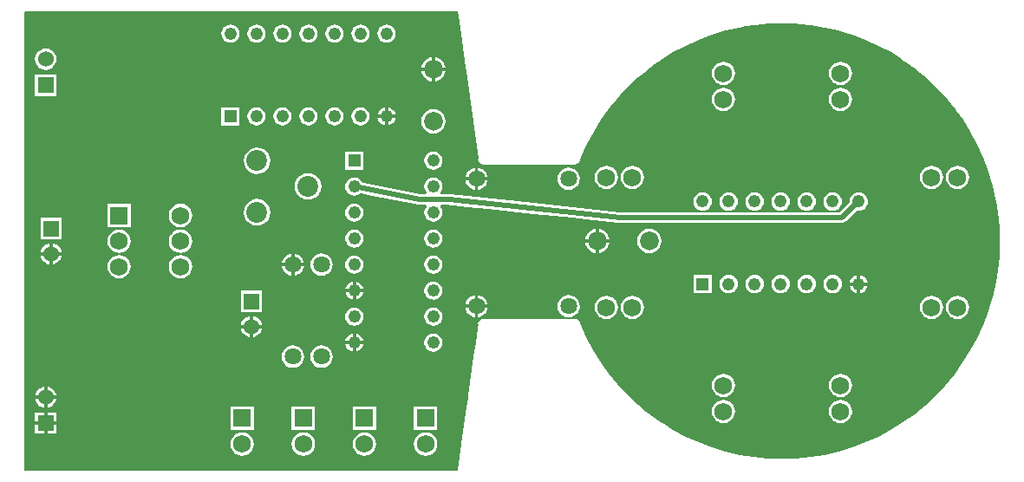
<source format=gbl>
*
%FSLAX26Y26*%
%MOIN*%
%ADD10C,0.048420*%
%ADD11C,0.064170*%
%ADD12R,0.060240X0.060240*%
%ADD13C,0.060240*%
%ADD14C,0.072050*%
%ADD15C,0.068110*%
%ADD16R,0.068110X0.068110*%
%ADD17C,0.079920*%
%ADD18R,0.048420X0.048420*%
%ADD19C,0.019180*%
%ADD20C,0.020000*%
%ADD21C,0.047496*%
%IPPOS*%
%LNgbl*%
%LPD*%
G75*
G36*
X17760Y1780314D02*
X17937Y1781061D01*
X18448Y1781745D01*
X19087Y1782118D01*
X19297Y1782180D01*
X1683248D01*
G02X1684748Y1780625I-462J-1946D01*
G01X1696242Y1697333D01*
X1445313D01*
X1445310Y1697582D01*
X1444139Y1706415D01*
X1444073Y1706664D01*
X1440677Y1714875D01*
X1440538Y1715124D01*
X1434993Y1722339D01*
X1427591Y1728000D01*
X1419347Y1731421D01*
X1410050Y1732696D01*
X1409950D01*
X1400932Y1731483D01*
X1400694Y1731421D01*
X1392422Y1728000D01*
X1385007Y1722339D01*
X1379354Y1714937D01*
X1375915Y1706602D01*
X1374688Y1697520D01*
X1345310D01*
X1345309Y1697582D01*
X1344118Y1706477D01*
X1344063Y1706664D01*
X1340646Y1714937D01*
X1334993Y1722339D01*
X1327591Y1728000D01*
X1319347Y1731421D01*
X1310050Y1732696D01*
X1309950D01*
X1300653Y1731421D01*
X1292409Y1728000D01*
X1285007Y1722339D01*
X1279354Y1714937D01*
X1275915Y1706602D01*
X1274688Y1697520D01*
X1245310D01*
X1245309Y1697582D01*
X1244118Y1706477D01*
X1244063Y1706664D01*
X1240646Y1714937D01*
X1234993Y1722339D01*
X1227578Y1728000D01*
X1219068Y1731483D01*
X1210050Y1732696D01*
X1209950D01*
X1200653Y1731421D01*
X1192409Y1728000D01*
X1185007Y1722339D01*
X1179462Y1715124D01*
X1179353Y1714937D01*
X1175906Y1706602D01*
X1175861Y1706415D01*
X1174687Y1697520D01*
X1145311D01*
X1145310Y1697582D01*
X1144139Y1706415D01*
X1144073Y1706664D01*
X1140677Y1714875D01*
X1140538Y1715124D01*
X1134993Y1722339D01*
X1127578Y1728000D01*
X1119068Y1731483D01*
X1110050Y1732696D01*
X1109950D01*
X1100932Y1731483D01*
X1100694Y1731421D01*
X1092422Y1728000D01*
X1085007Y1722339D01*
X1079462Y1715124D01*
X1079353Y1714937D01*
X1075906Y1706602D01*
X1075861Y1706415D01*
X1074687Y1697520D01*
X1045311D01*
X1045310Y1697582D01*
X1044139Y1706415D01*
X1044073Y1706664D01*
X1040677Y1714875D01*
X1040538Y1715124D01*
X1034993Y1722339D01*
X1027578Y1728000D01*
X1019068Y1731483D01*
X1010050Y1732696D01*
X1009950D01*
X1000653Y1731421D01*
X992409Y1728000D01*
X985007Y1722339D01*
X979354Y1714937D01*
X975915Y1706602D01*
X974688Y1697520D01*
X945311D01*
X945310Y1697582D01*
X944139Y1706415D01*
X944073Y1706664D01*
X940677Y1714875D01*
X940538Y1715124D01*
X934993Y1722339D01*
X927578Y1728000D01*
X919068Y1731483D01*
X910050Y1732696D01*
X909950D01*
X900932Y1731483D01*
X900694Y1731421D01*
X892422Y1728000D01*
X885007Y1722339D01*
X879462Y1715124D01*
X879353Y1714937D01*
X875906Y1706602D01*
X875861Y1706415D01*
X874687Y1697520D01*
X845310D01*
X845309Y1697582D01*
X844118Y1706477D01*
X844063Y1706664D01*
X840646Y1714937D01*
X834993Y1722339D01*
X827591Y1728000D01*
X819347Y1731421D01*
X810050Y1732696D01*
X809950D01*
X800653Y1731421D01*
X792409Y1728000D01*
X785007Y1722339D01*
X779354Y1714937D01*
X775915Y1706602D01*
X774688Y1697520D01*
X17760D01*
X17760Y1780314D01*
G37*
G36*
X17760Y1697520D02*
X774688D01*
X774690Y1697271D01*
X775741Y1689309D01*
X775800Y1689060D01*
X775895Y1688251D01*
X779376Y1679791D01*
X784930Y1672513D01*
X785061Y1672389D01*
X792079Y1666977D01*
X792654Y1666666D01*
X800760Y1663307D01*
X810102Y1662094D01*
X819244Y1663307D01*
X824530Y1665484D01*
X824988Y1665733D01*
X827234Y1666604D01*
X827682Y1666853D01*
X834811Y1672265D01*
X834930Y1672389D01*
X840513Y1679605D01*
X840549Y1679667D01*
X844089Y1688189D01*
X845312Y1697333D01*
X874689D01*
X874690Y1697271D01*
X875884Y1688251D01*
X879415Y1679729D01*
X884930Y1672513D01*
X885061Y1672389D01*
X892088Y1666977D01*
X892663Y1666666D01*
X900759Y1663307D01*
X910102Y1662094D01*
X919246Y1663307D01*
X924524Y1665484D01*
X924981Y1665733D01*
X927225Y1666604D01*
X927672Y1666853D01*
X934811Y1672265D01*
X934929Y1672389D01*
X940512Y1679605D01*
X940548Y1679667D01*
X944099Y1688189D01*
X945313Y1697333D01*
X974690D01*
X974690Y1697271D01*
X975741Y1689309D01*
X975800Y1689060D01*
X975895Y1688251D01*
X979376Y1679791D01*
X984930Y1672513D01*
X985061Y1672389D01*
X992079Y1666977D01*
X992654Y1666666D01*
X1000760Y1663307D01*
X1010102Y1662094D01*
X1019246Y1663307D01*
X1024524Y1665484D01*
X1024981Y1665733D01*
X1027225Y1666604D01*
X1027672Y1666853D01*
X1034811Y1672265D01*
X1034929Y1672389D01*
X1040512Y1679605D01*
X1040548Y1679667D01*
X1044099Y1688189D01*
X1045313Y1697333D01*
X1074689D01*
X1074690Y1697271D01*
X1075884Y1688251D01*
X1079415Y1679729D01*
X1084930Y1672513D01*
X1085061Y1672389D01*
X1092088Y1666977D01*
X1092663Y1666666D01*
X1100759Y1663307D01*
X1110102Y1662094D01*
X1119246Y1663307D01*
X1124524Y1665484D01*
X1124981Y1665733D01*
X1127225Y1666604D01*
X1127672Y1666853D01*
X1134811Y1672265D01*
X1134929Y1672389D01*
X1140512Y1679605D01*
X1140548Y1679667D01*
X1144099Y1688189D01*
X1145313Y1697333D01*
X1174689D01*
X1174690Y1697271D01*
X1175884Y1688251D01*
X1179415Y1679729D01*
X1184930Y1672513D01*
X1185061Y1672389D01*
X1192079Y1666977D01*
X1192654Y1666666D01*
X1200760Y1663307D01*
X1210102Y1662094D01*
X1219246Y1663307D01*
X1224524Y1665484D01*
X1224981Y1665733D01*
X1227225Y1666604D01*
X1227672Y1666853D01*
X1234811Y1672265D01*
X1234929Y1672389D01*
X1240513Y1679605D01*
X1240549Y1679667D01*
X1244089Y1688189D01*
X1245312Y1697333D01*
X1274690D01*
X1274690Y1697271D01*
X1275741Y1689309D01*
X1275800Y1689060D01*
X1275895Y1688251D01*
X1279376Y1679791D01*
X1284930Y1672513D01*
X1285061Y1672389D01*
X1292079Y1666977D01*
X1292654Y1666666D01*
X1300760Y1663307D01*
X1310102Y1662094D01*
X1319244Y1663307D01*
X1324530Y1665484D01*
X1324988Y1665733D01*
X1327234Y1666604D01*
X1327682Y1666853D01*
X1334811Y1672265D01*
X1334930Y1672389D01*
X1340513Y1679605D01*
X1340549Y1679667D01*
X1344089Y1688189D01*
X1345312Y1697333D01*
X1374690D01*
X1374690Y1697271D01*
X1375741Y1689309D01*
X1375800Y1689060D01*
X1375895Y1688251D01*
X1379377Y1679791D01*
X1384938Y1672513D01*
X1385069Y1672389D01*
X1392088Y1666977D01*
X1392663Y1666666D01*
X1400759Y1663307D01*
X1410102Y1662094D01*
X1419244Y1663307D01*
X1424530Y1665484D01*
X1424988Y1665733D01*
X1427234Y1666604D01*
X1427808Y1666915D01*
X1434811Y1672265D01*
X1434930Y1672389D01*
X1440512Y1679605D01*
X1440548Y1679667D01*
X1444099Y1688189D01*
X1445313Y1697333D01*
X1696242D01*
X1714259Y1566765D01*
X1636354D01*
X1635628Y1572177D01*
X1635573Y1572364D01*
X1630933Y1583561D01*
X1623395Y1593389D01*
X1613572Y1600916D01*
X1610129Y1602346D01*
X1609707Y1602471D01*
X1602286Y1605581D01*
X1596859Y1606328D01*
X1596621D01*
X1596620Y1567761D01*
X1596590Y1566765D01*
X1583410D01*
X1583379Y1606328D01*
X1583150D01*
X1577715Y1605581D01*
X1566428Y1600916D01*
X1564879Y1599734D01*
X140975D01*
X139589Y1610246D01*
X135482Y1620199D01*
X128915Y1628783D01*
X120314Y1635377D01*
X110573Y1639420D01*
X99607Y1640882D01*
X88847Y1639420D01*
X79106Y1635377D01*
X70506Y1628783D01*
X63927Y1620199D01*
X59864Y1610371D01*
X59820Y1610184D01*
X58436Y1599734D01*
X17761D01*
X17760Y1697520D01*
G37*
G36*
X17761Y1599734D02*
X58436D01*
X58438Y1599485D01*
X59684Y1590030D01*
X59743Y1589781D01*
X59827Y1589035D01*
X59872Y1588848D01*
X63948Y1579020D01*
X70536Y1570435D01*
X78939Y1563966D01*
X79148Y1563842D01*
X88900Y1559798D01*
X99984Y1558399D01*
X110521Y1559798D01*
X120272Y1563842D01*
X120482Y1563966D01*
X124133Y1566765D01*
X1543646D01*
X1543666Y1566703D01*
X1583377D01*
X1583410Y1566765D01*
X1596590D01*
X1596623Y1566703D01*
X1636334D01*
X1636354Y1566765D01*
X1714259D01*
X1716121Y1553267D01*
X1636358D01*
X1636348Y1553329D01*
X1596613D01*
X1596595Y1553267D01*
X1583405D01*
X1583388Y1553329D01*
X1543652D01*
X1543642Y1553267D01*
X17761D01*
X17761Y1599734D01*
G37*
G36*
X17761Y1553267D02*
X1543642D01*
X1544226Y1548850D01*
X1544286Y1548602D01*
X1544381Y1547793D01*
X1549160Y1536285D01*
X1556509Y1526706D01*
X1556640Y1526581D01*
X1566259Y1519179D01*
X1566471Y1519054D01*
X1570727Y1517313D01*
X1577777Y1514389D01*
X1583123Y1513674D01*
X1583316D01*
X1583373Y1513705D01*
X1583373Y1514202D01*
X1596590D01*
X1596623Y1513829D01*
X1596660Y1513767D01*
X1596880Y1513690D01*
X1602219Y1514389D01*
X1613530Y1519054D01*
X1613741Y1519179D01*
X1623234Y1526457D01*
X1630840Y1536285D01*
X1630913Y1536409D01*
X1631339Y1537405D01*
X1631412Y1537654D01*
X1635603Y1547731D01*
X1636358Y1553267D01*
X1716121D01*
X1729169Y1458716D01*
X140650D01*
X140648Y1540453D01*
X140630Y1540515D01*
X58790D01*
X58772Y1540453D01*
X58770Y1458716D01*
X17761D01*
X17761Y1553267D01*
G37*
G36*
X17761Y1458716D02*
X1729169D01*
X1742799Y1359935D01*
X1637223D01*
X1637221Y1360183D01*
X1635634Y1372127D01*
X1635568Y1372376D01*
X1630986Y1383448D01*
X1630847Y1383697D01*
X1623449Y1393339D01*
X1613546Y1400928D01*
X1602270Y1405593D01*
X1589894Y1407179D01*
X1577730Y1405593D01*
X1566455Y1400928D01*
X1556619Y1393401D01*
X1551450Y1386683D01*
X1444424D01*
X1444328Y1387305D01*
X1442346Y1393650D01*
X1439451Y1399124D01*
X1435601Y1404038D01*
X1435384Y1404224D01*
X1434817Y1404846D01*
X1430662Y1408392D01*
X1425624Y1411440D01*
X1423274Y1412498D01*
X1416657Y1414451D01*
X1416638Y1414426D01*
X1416595Y1414239D01*
X1416594Y1411813D01*
X1416607Y1411689D01*
X1416592Y1387118D01*
X1403407D01*
X1403394Y1387243D01*
X1403373Y1414426D01*
X1403352Y1414454D01*
X1400678Y1414053D01*
X1392432Y1410631D01*
X1385022Y1404971D01*
X1379363Y1397569D01*
X1375920Y1389233D01*
X1375876Y1389046D01*
X1375870Y1388922D01*
X1375666Y1387554D01*
X1375637Y1387118D01*
X1375573Y1386745D01*
X1344429D01*
X1344113Y1389109D01*
X1344059Y1389295D01*
X1340637Y1397569D01*
X1334979Y1404971D01*
X1327577Y1410631D01*
X1319317Y1414053D01*
X1309882Y1415266D01*
X1300680Y1414053D01*
X1292422Y1410631D01*
X1285021Y1404971D01*
X1279363Y1397569D01*
X1275920Y1389233D01*
X1274688Y1380089D01*
X1245310D01*
X1245310Y1380151D01*
X1244113Y1389109D01*
X1244059Y1389295D01*
X1240637Y1397569D01*
X1234974Y1404971D01*
X1227568Y1410631D01*
X1219315Y1414053D01*
X1209882Y1415266D01*
X1200680Y1414053D01*
X1192422Y1410631D01*
X1185021Y1404971D01*
X1179363Y1397569D01*
X1175911Y1389233D01*
X1175866Y1389046D01*
X1174687Y1380089D01*
X1145311D01*
X1145310Y1380151D01*
X1144123Y1389109D01*
X1144068Y1389295D01*
X1140637Y1397569D01*
X1134974Y1404971D01*
X1127568Y1410631D01*
X1119315Y1414053D01*
X1109882Y1415266D01*
X1100682Y1414053D01*
X1092432Y1410631D01*
X1085022Y1404971D01*
X1079363Y1397569D01*
X1075911Y1389233D01*
X1075866Y1389046D01*
X1074687Y1380089D01*
X1045311D01*
X1045310Y1380151D01*
X1044123Y1389109D01*
X1044068Y1389295D01*
X1040637Y1397569D01*
X1034974Y1404971D01*
X1027568Y1410631D01*
X1019315Y1414053D01*
X1009882Y1415266D01*
X1000680Y1414053D01*
X992422Y1410631D01*
X985021Y1404971D01*
X979363Y1397569D01*
X975920Y1389233D01*
X974688Y1380089D01*
X945311D01*
X945310Y1380151D01*
X944123Y1389109D01*
X944068Y1389295D01*
X940637Y1397569D01*
X934974Y1404971D01*
X927568Y1410631D01*
X925078Y1411627D01*
G03X909560Y1415235I-14984J-29271D01*
G01X900682Y1414053D01*
X892432Y1410631D01*
X885022Y1404971D01*
X879363Y1397569D01*
X875911Y1389233D01*
X875866Y1389046D01*
X874687Y1380089D01*
X845030D01*
Y1414675D01*
X844997Y1414986D01*
X775003D01*
X774970Y1414675D01*
Y1379965D01*
X17761D01*
X17761Y1458716D01*
G37*
G36*
X17761Y1379965D02*
X774970D01*
Y1345254D01*
X774996Y1345006D01*
X845004D01*
X845030Y1345254D01*
X906086D01*
X910258Y1344726D01*
X919256Y1345939D01*
X927274Y1349235D01*
X927850Y1349546D01*
X934834Y1354896D01*
X934897Y1354958D01*
X940554Y1362298D01*
X944104Y1370820D01*
X945313Y1379902D01*
X974690D01*
X974690Y1379840D01*
X975735Y1371940D01*
X975794Y1371691D01*
X975889Y1370883D01*
X975923Y1370758D01*
X979371Y1362423D01*
X984909Y1355145D01*
X985040Y1355020D01*
X992140Y1349546D01*
X992714Y1349235D01*
X1000687Y1345939D01*
X1010258Y1344726D01*
X1019256Y1345939D01*
X1027274Y1349235D01*
X1027850Y1349546D01*
X1034834Y1354896D01*
X1034897Y1354958D01*
X1040554Y1362298D01*
X1044104Y1370820D01*
X1045313Y1379902D01*
X1074689D01*
X1074690Y1379840D01*
X1075880Y1370883D01*
X1079411Y1362361D01*
X1084908Y1355145D01*
X1085039Y1355020D01*
X1092150Y1349546D01*
X1092723Y1349235D01*
X1100687Y1345939D01*
X1110258Y1344726D01*
X1119256Y1345939D01*
X1127274Y1349235D01*
X1127850Y1349546D01*
X1134834Y1354896D01*
X1134897Y1354958D01*
X1140554Y1362298D01*
X1144104Y1370820D01*
X1145313Y1379902D01*
X1174689D01*
X1174690Y1379840D01*
X1175880Y1370883D01*
X1179411Y1362361D01*
X1184909Y1355145D01*
X1185040Y1355020D01*
X1192140Y1349546D01*
X1192714Y1349235D01*
X1200687Y1345939D01*
X1210258Y1344726D01*
X1219256Y1345939D01*
X1227274Y1349235D01*
X1227850Y1349546D01*
X1234834Y1354896D01*
X1234897Y1354958D01*
X1240517Y1362236D01*
X1240554Y1362298D01*
X1244094Y1370820D01*
X1245312Y1379902D01*
X1274690D01*
X1274690Y1379840D01*
X1275735Y1371940D01*
X1275794Y1371691D01*
X1275889Y1370883D01*
X1275923Y1370758D01*
X1279371Y1362423D01*
X1284909Y1355145D01*
X1285040Y1355020D01*
X1292140Y1349546D01*
X1292714Y1349235D01*
X1300687Y1345939D01*
X1310258Y1344726D01*
X1319253Y1345939D01*
X1327860Y1349546D01*
X1334834Y1354896D01*
X1334900Y1354958D01*
X1340517Y1362236D01*
X1340554Y1362298D01*
X1344077Y1370758D01*
X1344125Y1370945D01*
X1344430Y1373246D01*
X1375560D01*
X1375988Y1371256D01*
X1378320Y1364662D01*
X1378472Y1364413D01*
X1378839Y1363605D01*
X1382406Y1358006D01*
X1384967Y1355083D01*
X1388679Y1352221D01*
X1388982Y1352035D01*
X1392150Y1349546D01*
X1400688Y1345939D01*
X1402751Y1345628D01*
X1403364Y1345690D01*
X1403365Y1346187D01*
X1416590D01*
X1416636Y1345690D01*
X1416764Y1345628D01*
X1416828Y1345605D01*
X1419261Y1345939D01*
X1427860Y1349546D01*
X1434983Y1355020D01*
X1436837Y1357073D01*
X1437000Y1357322D01*
X1437542Y1357944D01*
X1438987Y1360121D01*
X1542777D01*
X1542779Y1359872D01*
X1544379Y1347805D01*
X1549124Y1336359D01*
X1556498Y1326717D01*
X1556629Y1326593D01*
X1566243Y1319191D01*
X1566455Y1319066D01*
X1577720Y1314401D01*
X1590256Y1312815D01*
X1602284Y1314401D01*
X1613545Y1319066D01*
X1613757Y1319191D01*
X1623317Y1326531D01*
X1630805Y1336235D01*
X1630842Y1336297D01*
X1635605Y1347743D01*
X1637223Y1359935D01*
X1742799D01*
X1762430Y1217672D01*
X1762793Y1216366D01*
X1762811Y1216117D01*
X1762295Y1213131D01*
X1762298Y1212696D01*
X1762853Y1209897D01*
X1625315D01*
X1625313Y1210146D01*
X1624116Y1219103D01*
X1624061Y1219290D01*
X1620604Y1227625D01*
X1614983Y1234965D01*
X1607580Y1240626D01*
X1599306Y1244047D01*
X1589843Y1245260D01*
X1580693Y1244047D01*
X1572412Y1240626D01*
X1565017Y1234965D01*
X1559361Y1227563D01*
X1555892Y1219165D01*
X1554688Y1210083D01*
X1321314D01*
X1321298Y1245043D01*
X1251302D01*
X1251270Y1241683D01*
X1251283Y1241559D01*
X1251276Y1208902D01*
X963193D01*
X963190Y1209150D01*
X961476Y1222151D01*
X961432Y1222338D01*
X956411Y1234468D01*
X956271Y1234717D01*
X949885Y1242990D01*
G03X946947Y1246162I-10711J-6974D01*
G01X937525Y1253378D01*
X925066Y1258479D01*
X911919Y1260189D01*
X898651Y1258417D01*
X886475Y1253378D01*
X875759Y1245167D01*
X867729Y1234717D01*
X867620Y1234530D01*
X862568Y1222338D01*
X862524Y1222151D01*
X860807Y1209088D01*
X17762D01*
X17761Y1379965D01*
G37*
G36*
X17762Y1209088D02*
X860807D01*
X860810Y1208839D01*
X862538Y1195776D01*
X867630Y1183460D01*
X867666Y1183398D01*
X875763Y1172823D01*
X886272Y1164736D01*
X886483Y1164612D01*
X898654Y1159573D01*
X908733Y1158267D01*
X911997Y1157800D01*
X925346Y1159573D01*
X937511Y1164612D01*
X948099Y1172698D01*
X950068Y1175249D01*
X1251270D01*
X1251296Y1175000D01*
X1321304D01*
X1321330Y1175249D01*
X1586083D01*
X1590230Y1174720D01*
X1599283Y1175933D01*
X1607264Y1179230D01*
X1607837Y1179541D01*
X1614997Y1185077D01*
X1619716Y1191235D01*
G03X1621097Y1193599I-3170J3438D01*
G01X1622231Y1196274D01*
X1622304Y1196523D01*
X1622770Y1197580D01*
X1622844Y1197829D01*
X1624072Y1200753D01*
X1625315Y1209897D01*
X1762853D01*
X1763557Y1206351D01*
X1763708Y1205978D01*
X1767325Y1200566D01*
X1767550Y1200317D01*
X1773062Y1196647D01*
X1773363Y1196523D01*
X1779704Y1195279D01*
X2135594D01*
X2139658Y1196087D01*
X2140054Y1196212D01*
X2141796Y1196523D01*
X2142097Y1196647D01*
X2147660Y1200380D01*
X2147733Y1200442D01*
X2149334Y1202868D01*
X2149541Y1203117D01*
X2151451Y1205978D01*
X2151603Y1206351D01*
X2152670Y1211701D01*
X2156872Y1222587D01*
X2179801Y1272786D01*
X2179970Y1273035D01*
X2205982Y1321368D01*
X2235280Y1368083D01*
X2260925Y1403851D01*
X2270017Y1415732D01*
X2293962Y1444906D01*
X2659756D01*
X2661279Y1433398D01*
X2661293Y1433336D01*
X2665785Y1422450D01*
X2665823Y1422388D01*
X2672703Y1413369D01*
X2673185Y1412871D01*
X2682242Y1405904D01*
X2682452Y1405780D01*
X2688528Y1403291D01*
X2693365Y1401301D01*
X2705118Y1399777D01*
X2716860Y1401363D01*
X2727548Y1405780D01*
X2727759Y1405904D01*
X2736850Y1412871D01*
X2736913Y1412933D01*
X2744107Y1422264D01*
X2744143Y1422326D01*
X2748691Y1433274D01*
X2750244Y1444906D01*
X3109756D01*
X3111138Y1434394D01*
X3111197Y1434145D01*
X3111293Y1433336D01*
X3115785Y1422450D01*
X3115823Y1422388D01*
X3123023Y1412995D01*
X3132242Y1405904D01*
X3132452Y1405780D01*
X3138528Y1403291D01*
X3143365Y1401301D01*
X3155118Y1399777D01*
X3166860Y1401363D01*
X3177548Y1405780D01*
X3177759Y1405904D01*
X3186758Y1412809D01*
X3187063Y1413120D01*
X3194107Y1422264D01*
X3194143Y1422326D01*
X3198691Y1433274D01*
X3198721Y1433398D01*
X3200240Y1444844D01*
X3200244Y1445093D01*
X3565830D01*
X3596094Y1408019D01*
X3600505Y1401861D01*
X3600683Y1401550D01*
X3626462Y1365595D01*
X3655463Y1319004D01*
X3681309Y1270671D01*
X3703952Y1220720D01*
X3723519Y1168655D01*
X3730636Y1144893D01*
X3650245D01*
X3650243Y1145142D01*
X3648724Y1156587D01*
X3648656Y1156836D01*
X3644121Y1167722D01*
X3636999Y1176991D01*
X3627558Y1184206D01*
X3616904Y1188623D01*
X3605004Y1190209D01*
X3593096Y1188623D01*
X3583613Y1184642D01*
X3583296Y1184517D01*
G03X3582158Y1184020I649J-3035D01*
G01X3573001Y1176991D01*
X3565879Y1167722D01*
X3565771Y1167535D01*
X3561323Y1156774D01*
X3561279Y1156587D01*
X3559755Y1145080D01*
X3550243D01*
X3550243Y1145142D01*
X3548721Y1156587D01*
X3548656Y1156836D01*
X3544260Y1167473D01*
X3544121Y1167722D01*
X3536999Y1176991D01*
X3527558Y1184206D01*
X3516904Y1188623D01*
X3505004Y1190209D01*
X3493096Y1188623D01*
X3483613Y1184642D01*
X3483296Y1184517D01*
G03X3482158Y1184020I649J-3035D01*
G01X3473001Y1176991D01*
X3465879Y1167722D01*
X3465771Y1167535D01*
X3461323Y1156774D01*
X3461279Y1156587D01*
X3459755Y1145080D01*
X2400243D01*
X2400243Y1145142D01*
X2398721Y1156587D01*
X2398656Y1156836D01*
X2394260Y1167473D01*
X2394121Y1167722D01*
X2386999Y1176991D01*
X2377558Y1184206D01*
X2366904Y1188623D01*
X2355004Y1190209D01*
X2343096Y1188623D01*
X2333613Y1184642D01*
X2333296Y1184517D01*
G03X2332158Y1184020I649J-3035D01*
G01X2323001Y1176991D01*
X2315879Y1167722D01*
X2315771Y1167535D01*
X2311323Y1156774D01*
X2311279Y1156587D01*
X2309755Y1145080D01*
X2300243D01*
X2300243Y1145142D01*
X2298721Y1156587D01*
X2298656Y1156836D01*
X2294260Y1167473D01*
X2294121Y1167722D01*
X2286999Y1176991D01*
X2277558Y1184206D01*
X2266904Y1188623D01*
X2255004Y1190209D01*
X2243096Y1188623D01*
X2233613Y1184642D01*
X2233296Y1184517D01*
G03X2231266Y1183335I1160J-4328D01*
G01X2223001Y1176991D01*
X2215879Y1167722D01*
X2215771Y1167535D01*
X2211344Y1156836D01*
X2211276Y1156587D01*
X2209755Y1145080D01*
X2152599D01*
X2151790Y1151176D01*
X2147496Y1161564D01*
X2140581Y1170583D01*
X2131428Y1177550D01*
X2121387Y1181718D01*
X2109896Y1183242D01*
X2098613Y1181718D01*
X2088436Y1177488D01*
X2088239Y1177364D01*
X2087653Y1176866D01*
X2087252Y1176617D01*
X2079419Y1170583D01*
X2072540Y1161626D01*
X2072472Y1161502D01*
X2068227Y1151238D01*
X2067650Y1146821D01*
X1798047D01*
X1797471Y1151113D01*
X1797427Y1151300D01*
X1793198Y1161502D01*
X1793058Y1161750D01*
X1786255Y1170583D01*
X1777098Y1177550D01*
X1766774Y1181780D01*
X1762424Y1182371D01*
X1762332D01*
X1762287Y1182340D01*
X1762277Y1182278D01*
X1762260Y1180661D01*
X1762273Y1180536D01*
X1762260Y1149807D01*
X1762273Y1149683D01*
X1762260Y1146946D01*
X1749075D01*
X1749053Y1182340D01*
X1749008Y1182371D01*
X1748916D01*
X1744281Y1181718D01*
X1734105Y1177488D01*
X1733916Y1177364D01*
X1733323Y1176866D01*
X1732922Y1176617D01*
X1726165Y1171392D01*
G03X1724901Y1170335I1946J-3612D01*
G01X1718686Y1162248D01*
G03X1717695Y1160382I3340J-2970D01*
G01X1713913Y1151300D01*
X1713866Y1151113D01*
X1713293Y1146821D01*
X1143375D01*
X1133435Y1154410D01*
X1121442Y1159387D01*
X1108003Y1161159D01*
X1094559Y1159387D01*
X1082565Y1154410D01*
X1071729Y1146137D01*
X1063714Y1135687D01*
X1063605Y1135500D01*
X1058563Y1123308D01*
X1058518Y1123121D01*
X1056806Y1110120D01*
X17762D01*
X17762Y1209088D01*
G37*
G36*
X17762Y1110120D02*
X1056806D01*
X1056809Y1109872D01*
X1058547Y1096746D01*
X1063684Y1084368D01*
X1071676Y1073917D01*
X1071807Y1073793D01*
X1082069Y1065893D01*
X1082575Y1065582D01*
X1094794Y1060543D01*
X1103717Y1059361D01*
X1108002Y1058833D01*
X1121233Y1060543D01*
X1133572Y1065644D01*
X1137234Y1068443D01*
X1137431Y1068630D01*
X1144065Y1073669D01*
X1144128Y1073731D01*
X1150085Y1081444D01*
X1150200Y1081631D01*
X1152244Y1084243D01*
X1152279Y1084306D01*
X1156073Y1093387D01*
X1156130Y1093574D01*
X1157436Y1096684D01*
X1157466Y1096809D01*
X1159194Y1109934D01*
X1250988D01*
X1250989Y1109872D01*
X1252036Y1101909D01*
X1252094Y1101661D01*
X1252189Y1100852D01*
X1255724Y1092330D01*
X1261242Y1085114D01*
X1261373Y1084990D01*
X1268393Y1079578D01*
X1268969Y1079267D01*
X1277079Y1075908D01*
X1286349Y1074695D01*
X1295520Y1075908D01*
X1300782Y1078085D01*
X1301236Y1078334D01*
X1301530Y1078458D01*
G03X1305578Y1080635I-2258J9048D01*
G01X1307606Y1082191D01*
X1307801Y1082377D01*
X1309310Y1083497D01*
G02X1310879Y1083932I1262J-1503D01*
G01X1314220Y1083310D01*
X1314630Y1083186D01*
X1332214Y1079765D01*
X1332624Y1079640D01*
X1338266Y1078583D01*
X1338656Y1078458D01*
X1533712Y1040016D01*
X1537166Y1039891D01*
X1541215Y1039269D01*
X1560436Y1039145D01*
G02X1561848Y1037901I-463J-1948D01*
G01X1563034Y1035350D01*
G02X1562765Y1032054I-1471J-1539D01*
G01X1562614Y1031805D01*
X1559367Y1027575D01*
X1555914Y1019239D01*
X1555869Y1019053D01*
X1554687Y1010095D01*
X1554688Y1009909D01*
X1321613D01*
X1321611Y1010157D01*
X1320411Y1019115D01*
X1320356Y1019302D01*
X1316924Y1027575D01*
X1311257Y1034977D01*
X1304138Y1040451D01*
X1303855Y1040638D01*
X1295316Y1044121D01*
X1286210Y1045272D01*
X1276996Y1044059D01*
X1268734Y1040638D01*
X1267787Y1039891D01*
X1267386Y1039643D01*
X1261330Y1034977D01*
X1255666Y1027575D01*
X1252214Y1019239D01*
X1252169Y1019053D01*
X1251109Y1010966D01*
X963193D01*
X963190Y1011153D01*
X961478Y1024154D01*
X961408Y1024402D01*
X956409Y1036470D01*
X956270Y1036719D01*
X948236Y1047169D01*
X937809Y1055194D01*
X937376Y1055443D01*
X925285Y1060419D01*
X911928Y1062192D01*
X898952Y1060481D01*
X898714Y1060419D01*
X886479Y1055380D01*
X875764Y1047169D01*
X867730Y1036719D01*
X867622Y1036532D01*
X862592Y1024402D01*
X862522Y1024154D01*
X860810Y1011153D01*
X860807Y1011028D01*
X661445D01*
X657868Y1019613D01*
G03X656667Y1021852I-4643J-1048D01*
G01X650144Y1030374D01*
X640646Y1037652D01*
X629984Y1042069D01*
X618013Y1043655D01*
X606236Y1042069D01*
X595573Y1037652D01*
X586083Y1030374D01*
X578899Y1020981D01*
X574422Y1010157D01*
X572867Y998525D01*
X426759D01*
X426758Y1043064D01*
X426734Y1043250D01*
X426699Y1043313D01*
X337081D01*
X337020Y1043002D01*
Y998432D01*
X17762D01*
X17762Y1110120D01*
G37*
G36*
X17762Y998432D02*
X337020D01*
Y953862D01*
X337049Y953613D01*
X426731D01*
X426760Y953862D01*
X613110D01*
X618158Y953229D01*
X629563Y954671D01*
X629788Y954733D01*
X634382Y956599D01*
X634838Y956848D01*
X640674Y959212D01*
X640884Y959336D01*
X650034Y966365D01*
X657218Y975696D01*
X657254Y975758D01*
X661821Y986831D01*
X663353Y998525D01*
X862441D01*
X862539Y997779D01*
X867664Y985400D01*
X873566Y977687D01*
X873796Y977438D01*
X875760Y974825D01*
X886188Y966801D01*
X886615Y966552D01*
X898650Y961576D01*
X911988Y959803D01*
X925350Y961576D01*
X929281Y963193D01*
X929740Y963442D01*
X937499Y966614D01*
X937813Y966801D01*
X948034Y974639D01*
X956297Y985338D01*
X961445Y997717D01*
X961475Y997841D01*
X963071Y1010033D01*
X1250986D01*
X1250989Y1009846D01*
X1252178Y1000889D01*
X1252212Y1000765D01*
X1255699Y992367D01*
X1261211Y985151D01*
X1261333Y985027D01*
X1268430Y979553D01*
X1268881Y979304D01*
X1277011Y975945D01*
X1286584Y974732D01*
X1295588Y975945D01*
X1303586Y979242D01*
X1304160Y979553D01*
X1311129Y984902D01*
X1311192Y984965D01*
X1316781Y992180D01*
X1316818Y992243D01*
X1320395Y1000827D01*
X1321613Y1009909D01*
X1554688D01*
X1554689Y1009846D01*
X1555878Y1000889D01*
X1555912Y1000765D01*
X1559399Y992367D01*
X1564903Y985151D01*
X1565033Y985027D01*
X1572130Y979553D01*
X1572581Y979304D01*
X1580711Y975945D01*
X1590284Y974732D01*
X1599288Y975945D01*
X1607286Y979242D01*
X1607860Y979553D01*
X1614911Y984965D01*
X1620491Y992180D01*
X1620527Y992243D01*
X1624057Y1000702D01*
X1624125Y1000951D01*
X1625313Y1009909D01*
X1625311Y1010157D01*
X1624125Y1019053D01*
X1624056Y1019302D01*
X1620634Y1027575D01*
X1617235Y1032054D01*
G02X1616590Y1034542I1225J1646D01*
G01X1617810Y1037154D01*
G02X1621534Y1039145I2751J-668D01*
G01X1648712Y1038958D01*
X1649214Y1038834D01*
X1653919Y1038709D01*
X1654119Y1038647D01*
X1667188Y1037279D01*
X1667463Y1037217D01*
X1720571Y1031618D01*
X1720846Y1031556D01*
X1800938Y1023096D01*
X1801213Y1023034D01*
X1887171Y1013952D01*
X1887446Y1013890D01*
X1973404Y1004808D01*
X1973679Y1004746D01*
X2054358Y996224D01*
X2054633Y996161D01*
X2122992Y988946D01*
X2123267Y988883D01*
X2175788Y983347D01*
X2176063Y983285D01*
X2208639Y979864D01*
X2208914Y979802D01*
X2271407Y973208D01*
X2271682Y973146D01*
X2296045Y970595D01*
X2296320Y970533D01*
X2307095Y969444D01*
X2307189Y969476D01*
Y969507D01*
X2309166D01*
Y969476D01*
X2310320Y969289D01*
X3153312D01*
X3162935Y970657D01*
X3172096Y974452D01*
X3175911Y977251D01*
X3176183Y977500D01*
X3179607Y979988D01*
X3218071Y1016876D01*
G02X3220222Y1017684I1677J-1195D01*
G01X3225093Y1017093D01*
X3234242Y1018306D01*
X3239522Y1020483D01*
X3239979Y1020732D01*
X3242223Y1021603D01*
X3242796Y1021914D01*
X3249810Y1027264D01*
X3249875Y1027326D01*
X3255512Y1034604D01*
X3255550Y1034666D01*
X3259099Y1043188D01*
X3260313Y1052332D01*
X3753497D01*
X3760547Y1009660D01*
X3765940Y955293D01*
X3767759Y899931D01*
X2467224D01*
X2467221Y900180D01*
X2465625Y912185D01*
X2465570Y912372D01*
X2460988Y923444D01*
X2460849Y923693D01*
X2453390Y933397D01*
X2443555Y940924D01*
X2432220Y945589D01*
X2431999Y945651D01*
X2419871Y947175D01*
X2408000Y945651D01*
X2407780Y945589D01*
X2396445Y940924D01*
X2386610Y933397D01*
X2379151Y923693D01*
X2379043Y923506D01*
X2374409Y912309D01*
X2374364Y912123D01*
X2373664Y906773D01*
X2266351D01*
X2265636Y912123D01*
X2265570Y912372D01*
X2260988Y923444D01*
X2260849Y923693D01*
X2253390Y933397D01*
X2243555Y940924D01*
X2232220Y945589D01*
X2232008Y945651D01*
X2226655Y946365D01*
X2226623Y946335D01*
X2226597Y946211D01*
X2226594Y926803D01*
X2213388D01*
X2213372Y946335D01*
X2213346Y946364D01*
X2207992Y945651D01*
X2207780Y945589D01*
X2196445Y940924D01*
X2186610Y933397D01*
X2179151Y923693D01*
X2179043Y923506D01*
X2174409Y912309D01*
X2174364Y912123D01*
X2174094Y909946D01*
X1625312D01*
X1625309Y910194D01*
X1624133Y919028D01*
X1624086Y919214D01*
X1620646Y927550D01*
X1614872Y935076D01*
X1607597Y940613D01*
X1599988Y943785D01*
X1599087Y944096D01*
X1590000Y945300D01*
X1580913Y944096D01*
X1580682Y944034D01*
X1572392Y940613D01*
X1565000Y934952D01*
X1559462Y927736D01*
X1559354Y927550D01*
X1555905Y919214D01*
X1555860Y919028D01*
X1554688Y910132D01*
X1321610D01*
X1321609Y910194D01*
X1320419Y919090D01*
X1320364Y919276D01*
X1316967Y927487D01*
X1316827Y927736D01*
X1311289Y934952D01*
X1303898Y940613D01*
X1296288Y943785D01*
X1295387Y944096D01*
X1286300Y945300D01*
X1277213Y944096D01*
X1276982Y944034D01*
X1268692Y940613D01*
X1268590Y940550D01*
X1261300Y934952D01*
X1255762Y927736D01*
X1255654Y927550D01*
X1252226Y919276D01*
X1252158Y919028D01*
X1250988Y910132D01*
X662029D01*
X661956Y910692D01*
X661912Y910879D01*
X661821Y911625D01*
X661776Y911812D01*
X657324Y922573D01*
X650131Y931966D01*
X640711Y939182D01*
X629851Y943661D01*
X629607Y943723D01*
X618925Y945154D01*
X617690Y945185D01*
X606613Y943723D01*
X606369Y943661D01*
X595509Y939182D01*
X595402Y939120D01*
X586087Y931966D01*
X579013Y922760D01*
X578979Y922698D01*
X574444Y911812D01*
X574399Y911625D01*
X572866Y900117D01*
X427132D01*
X427131Y900180D01*
X425589Y911687D01*
X425535Y911874D01*
X421105Y922573D01*
X413904Y931966D01*
X404491Y939182D01*
X393631Y943661D01*
X393387Y943723D01*
X382706Y945154D01*
X381470Y945185D01*
X370393Y943723D01*
X370149Y943661D01*
X359289Y939182D01*
X359182Y939120D01*
X349867Y931966D01*
X342793Y922760D01*
X342759Y922698D01*
X338224Y911812D01*
X338179Y911625D01*
X337641Y907582D01*
X160940D01*
X160938Y989319D01*
X160920Y989381D01*
X79080D01*
X79062Y989319D01*
X79060Y907582D01*
X17762D01*
X17762Y998432D01*
G37*
G36*
X17762Y907582D02*
X337641D01*
X336646Y900117D01*
X17762D01*
Y907582D01*
G37*
G36*
Y900117D02*
X336646D01*
X336649Y899869D01*
X338177Y888423D01*
X338272Y888050D01*
X342732Y877350D01*
X349818Y868082D01*
X350007Y867895D01*
X352855Y865718D01*
X353158Y865531D01*
X359097Y860928D01*
X359307Y860804D01*
X365290Y858316D01*
X160401D01*
X159890Y862110D01*
X159843Y862297D01*
X155825Y872001D01*
X155686Y872250D01*
X149188Y880709D01*
X140576Y887303D01*
X130826Y891346D01*
X126686Y891937D01*
X126634D01*
X126598Y891906D01*
X126592Y858316D01*
X113408D01*
X113379Y891906D01*
X113346Y891937D01*
X109173Y891346D01*
X99424Y887303D01*
X90812Y880709D01*
X84314Y872250D01*
X84206Y872063D01*
X80157Y862297D01*
X80113Y862110D01*
X80068Y861613D01*
X79599Y858316D01*
X17763D01*
X17762Y900117D01*
G37*
G36*
X17763Y858316D02*
X79599D01*
X79669Y858254D01*
X113327D01*
X113408Y858316D01*
X126592D01*
X126673Y858254D01*
X160331D01*
X160401Y858316D01*
X365290D01*
X369927Y856387D01*
X370410Y856263D01*
X375104Y855703D01*
X382176Y854801D01*
X393370Y856263D01*
X393854Y856387D01*
X404362Y860742D01*
X404467Y860804D01*
X413763Y867895D01*
X413954Y868082D01*
X415389Y869948D01*
X415581Y870259D01*
X420976Y877226D01*
X421014Y877288D01*
X425571Y888236D01*
X427133Y899931D01*
X572868D01*
X572869Y899869D01*
X574258Y889356D01*
X574317Y889107D01*
X574411Y888298D01*
X578952Y877350D01*
X586038Y868082D01*
X586227Y867895D01*
X590861Y864350D01*
X591163Y864163D01*
X595317Y860928D01*
X595527Y860804D01*
X606147Y856387D01*
X606630Y856263D01*
X611324Y855703D01*
X618396Y854801D01*
X629590Y856263D01*
X630074Y856387D01*
X640582Y860742D01*
X640687Y860804D01*
X649993Y867895D01*
X650184Y868082D01*
X657238Y877350D01*
X657276Y877413D01*
X661791Y888236D01*
X661822Y888361D01*
X663351Y899869D01*
X663353Y899993D01*
X1252524D01*
X1255718Y892342D01*
X1261233Y885126D01*
X1261364Y885002D01*
X1266681Y880896D01*
X1266982Y880709D01*
X1268375Y879590D01*
X1268951Y879279D01*
X1276873Y875982D01*
X1277381Y875857D01*
X1286418Y874707D01*
X1295220Y875857D01*
X1295729Y875982D01*
X1300830Y878097D01*
X1301287Y878346D01*
X1303531Y879217D01*
X1303978Y879465D01*
X1311105Y884877D01*
X1311168Y884939D01*
X1316800Y892217D01*
X1316838Y892280D01*
X1320389Y900802D01*
X1321612Y909946D01*
X1554690D01*
X1554690Y909883D01*
X1555873Y900926D01*
X1555917Y900739D01*
X1559418Y892342D01*
X1564933Y885126D01*
X1565064Y885002D01*
X1572075Y879590D01*
X1572651Y879279D01*
X1580573Y875982D01*
X1581081Y875857D01*
X1590118Y874707D01*
X1598920Y875857D01*
X1599429Y875982D01*
X1604530Y878097D01*
X1604987Y878346D01*
X1607354Y879279D01*
X1614815Y884877D01*
X1614881Y884939D01*
X1620510Y892217D01*
X1620546Y892280D01*
X1620961Y893275D01*
X2173658D01*
X2174366Y887863D01*
X2174380Y887801D01*
X2179179Y876293D01*
X2186500Y866713D01*
X2186631Y866589D01*
X2195999Y859435D01*
G03X2197999Y858440I2905J3330D01*
G01X2207728Y854397D01*
X2212784Y853713D01*
X2213369Y853775D01*
X2213370Y854272D01*
X2226590D01*
X2226625Y853899D01*
X2226698Y853775D01*
X2226790Y853713D01*
X2226839Y853691D01*
X2232276Y854397D01*
X2243405Y859000D01*
X2243828Y859249D01*
X2253315Y866527D01*
X2260802Y876231D01*
X2260839Y876293D01*
X2265604Y887739D01*
X2266359Y893275D01*
X2373646D01*
X2374226Y888858D01*
X2374285Y888609D01*
X2374379Y887801D01*
X2374413Y887676D01*
X2379126Y876355D01*
X2386500Y866713D01*
X2386631Y866589D01*
X2396172Y859249D01*
X2396475Y859062D01*
X2407728Y854397D01*
X2420237Y852811D01*
X2432276Y854397D01*
X2443405Y859000D01*
X2443828Y859249D01*
X2453315Y866527D01*
X2460802Y876231D01*
X2460839Y876293D01*
X2465604Y887739D01*
X2467224Y899931D01*
X3767759D01*
X3765833Y843760D01*
X3762501Y810107D01*
X1625315D01*
X1624111Y819127D01*
X1624056Y819313D01*
X1620663Y827524D01*
X1620524Y827773D01*
X1615020Y834927D01*
X1611329Y837788D01*
X1610930Y838037D01*
X1607634Y840587D01*
X1599207Y844071D01*
X1589885Y845284D01*
X1580793Y844071D01*
X1572356Y840587D01*
X1572247Y840525D01*
X1569058Y838037D01*
X1568658Y837788D01*
X1565049Y834989D01*
X1559368Y827587D01*
X1555913Y819251D01*
X1555869Y819065D01*
X1554685Y810107D01*
X1321615D01*
X1320410Y819127D01*
X1316921Y827587D01*
X1311306Y834927D01*
X1307624Y837788D01*
X1307225Y838037D01*
X1303934Y840587D01*
X1295506Y844071D01*
X1286185Y845284D01*
X1277093Y844071D01*
X1268657Y840587D01*
X1268547Y840525D01*
X1265358Y838037D01*
X1264958Y837788D01*
X1261349Y834989D01*
X1255668Y827587D01*
X1252213Y819251D01*
X1252169Y819065D01*
X1250985Y810107D01*
X1203255D01*
X1201803Y821117D01*
X1201756Y821304D01*
X1198067Y830137D01*
G03X1196742Y832563I-5264J-1300D01*
G01X1190452Y840712D01*
X1181552Y847492D01*
X1171099Y851784D01*
X1159909Y853246D01*
X1148911Y851784D01*
X1148675Y851722D01*
X1138449Y847492D01*
X1129548Y840712D01*
X1129483Y840650D01*
X1122506Y831568D01*
X1118244Y821304D01*
X1118200Y821117D01*
X1117616Y816701D01*
X1092355D01*
X1091800Y821117D01*
X1091756Y821304D01*
X1087494Y831568D01*
X1080452Y840712D01*
X1071551Y847492D01*
X1061095Y851784D01*
X1056650Y852374D01*
X1056617Y852344D01*
X1056590Y850167D01*
X1043380D01*
X1043379Y852344D01*
X1043349Y852375D01*
X1038906Y851784D01*
X1038673Y851722D01*
X1029961Y848114D01*
G03X1027059Y846435I2629J-7890D01*
G01X1023851Y844009D01*
X1023583Y843760D01*
X1019548Y840712D01*
X1019483Y840650D01*
X1012475Y831506D01*
X1008265Y821366D01*
X1008197Y821117D01*
X1007680Y817261D01*
X1007645Y816701D01*
X660402D01*
X657339Y824103D01*
X650106Y833558D01*
X640695Y840774D01*
X629582Y845315D01*
X617919Y846777D01*
X606351Y845253D01*
X595525Y840774D01*
X595420Y840712D01*
X586114Y833558D01*
X578849Y824041D01*
X574433Y813342D01*
X572868Y801709D01*
X427132D01*
X425567Y813342D01*
X421120Y824103D01*
X413879Y833558D01*
X404475Y840774D01*
X393362Y845315D01*
X381699Y846777D01*
X370131Y845253D01*
X369078Y844817D01*
X160403D01*
X160396Y844880D01*
X126617D01*
X126593Y844693D01*
X113407D01*
X113383Y844880D01*
X79605D01*
X79598Y844817D01*
X17763D01*
Y858316D01*
G37*
G36*
Y844817D02*
X79598D01*
X79599Y844755D01*
X79986Y841894D01*
X80046Y841645D01*
X80141Y840836D01*
X84272Y830883D01*
X90736Y822424D01*
X90926Y822237D01*
X94749Y819313D01*
X95052Y819127D01*
X99207Y815892D01*
X99418Y815768D01*
X100718Y815270D01*
X109383Y811662D01*
X113058Y811165D01*
Y811133D01*
X113404D01*
X113407Y844693D01*
X126593D01*
X126594Y828022D01*
X126596Y811133D01*
X126826D01*
Y811165D01*
X130329Y811600D01*
X130839Y811724D01*
X140583Y815768D01*
X140793Y815892D01*
X149075Y822237D01*
X149265Y822424D01*
X152129Y826156D01*
X152320Y826467D01*
X155656Y830759D01*
X155694Y830821D01*
X159824Y840712D01*
X159877Y840898D01*
X160403Y844755D01*
X160403Y844817D01*
X369078D01*
X359305Y840774D01*
X359200Y840712D01*
X349894Y833558D01*
X342629Y824041D01*
X338620Y814275D01*
G03X338120Y812657I2195J-1565D01*
G01X336648Y801709D01*
X17763D01*
X17763Y844817D01*
G37*
G36*
X17763Y801709D02*
X336648D01*
X336650Y801461D01*
X338036Y790948D01*
X338095Y790699D01*
X338189Y789891D01*
X338223Y789766D01*
X342687Y779005D01*
X342723Y778943D01*
X349805Y769674D01*
X349995Y769487D01*
X354707Y765880D01*
X355009Y765693D01*
X359161Y762458D01*
X359373Y762334D01*
X365667Y759721D01*
X370052Y757917D01*
X381884Y756331D01*
X393728Y757917D01*
X398113Y759721D01*
X398575Y759970D01*
X404407Y762334D01*
X404619Y762458D01*
X413769Y769487D01*
X420985Y778818D01*
X421022Y778880D01*
X425557Y789766D01*
X425591Y789891D01*
X427130Y801461D01*
X427132Y801709D01*
X572868D01*
X572870Y801461D01*
X574256Y790948D01*
X574315Y790699D01*
X574409Y789891D01*
X574443Y789766D01*
X578907Y779005D01*
X578943Y778943D01*
X586025Y769674D01*
X586087Y769612D01*
X590927Y765880D01*
X591229Y765693D01*
X595381Y762458D01*
X595593Y762334D01*
X601887Y759721D01*
X606272Y757917D01*
X618105Y756331D01*
X629948Y757917D01*
X634333Y759721D01*
X634795Y759970D01*
X640628Y762334D01*
X640839Y762458D01*
X650001Y769487D01*
X650190Y769674D01*
X653916Y774526D01*
X654107Y774837D01*
X657206Y778818D01*
X657243Y778880D01*
X661817Y789953D01*
X663350Y801461D01*
X663352Y801709D01*
X1007816D01*
X1008051Y799906D01*
X1008109Y799657D01*
X1008204Y798848D01*
X1012566Y788335D01*
X1019326Y779502D01*
X1019516Y779316D01*
X1027622Y773095D01*
X1027830Y772971D01*
X1028394Y772535D01*
X1038716Y768243D01*
X1042789Y767683D01*
X1043369Y767746D01*
X1043372Y770234D01*
X1056590D01*
X1056631Y767746D01*
X1056864Y767664D01*
X1061285Y768243D01*
X1071503Y772473D01*
X1071604Y772535D01*
X1073580Y774091D01*
X1073987Y774339D01*
X1080482Y779316D01*
X1080673Y779502D01*
X1082109Y781369D01*
X1082301Y781680D01*
X1087362Y788211D01*
X1087398Y788273D01*
X1091780Y798786D01*
X1092386Y803265D01*
X1117619D01*
X1118063Y799906D01*
X1118123Y799657D01*
X1118225Y798786D01*
X1122565Y788335D01*
X1129326Y779502D01*
X1129516Y779316D01*
X1133734Y776081D01*
X1134037Y775894D01*
X1138182Y772660D01*
X1138394Y772535D01*
X1143512Y770420D01*
X1148715Y768243D01*
X1160241Y766781D01*
X1171292Y768243D01*
X1181503Y772473D01*
X1181714Y772598D01*
X1189102Y778258D01*
X1190610Y779440D01*
X1190673Y779502D01*
X1192589Y782053D01*
X1192824Y782302D01*
X1197362Y788211D01*
X1197398Y788273D01*
X1201797Y798848D01*
X1203252Y809858D01*
X1203255Y810107D01*
X1250985D01*
X1250988Y809858D01*
X1252190Y800839D01*
X1255690Y792379D01*
X1261250Y785101D01*
X1261439Y784914D01*
X1264671Y782488D01*
X1265006Y782177D01*
X1268541Y779502D01*
X1268992Y779254D01*
X1273044Y777636D01*
X1273395Y777450D01*
X1277191Y775894D01*
X1286001Y774713D01*
Y774681D01*
X1286605D01*
Y774713D01*
X1295435Y775894D01*
X1301349Y778383D01*
X1302094Y778631D01*
G03X1304748Y780000I-2142J7411D01*
G01X1311152Y784914D01*
X1311342Y785101D01*
X1313258Y787651D01*
X1313494Y787900D01*
X1316791Y792192D01*
X1316828Y792254D01*
X1320383Y800776D01*
X1320417Y800901D01*
X1321612Y809858D01*
X1321615Y810107D01*
X1554685D01*
X1554688Y809858D01*
X1555873Y800901D01*
X1555927Y800714D01*
X1559390Y792379D01*
X1564950Y785101D01*
X1565139Y784914D01*
X1568371Y782488D01*
X1568706Y782177D01*
X1572241Y779502D01*
X1572692Y779254D01*
X1576744Y777636D01*
X1577095Y777450D01*
X1580891Y775894D01*
X1589701Y774713D01*
Y774681D01*
X1590305D01*
Y774713D01*
X1599135Y775894D01*
X1605049Y778383D01*
X1605794Y778631D01*
G03X1608449Y780000I-2150J7431D01*
G01X1614862Y784914D01*
X1615051Y785101D01*
X1616969Y787651D01*
X1617204Y787900D01*
X1620501Y792192D01*
X1624084Y800776D01*
X1624118Y800901D01*
X1625312Y809858D01*
X1625315Y810107D01*
X3762501D01*
X3760512Y790015D01*
X3752557Y741682D01*
X3259435D01*
G03X3252615Y756673I-34400J-6602D01*
G01X3249094Y760530D01*
X3243613Y764760D01*
X3243223Y764946D01*
X3242567Y765382D01*
X3238835Y767248D01*
X3237132Y767932D01*
X3231644Y769453D01*
X3231623Y769425D01*
X3231595Y769301D01*
Y768990D01*
X3231608Y768865D01*
X3231594Y766813D01*
X3231607Y766688D01*
X3231593Y758913D01*
X3218402D01*
Y768990D01*
X3218373Y769425D01*
X3218351Y769453D01*
X3215969Y769114D01*
X3215749Y769052D01*
X3207431Y765631D01*
X3206889Y765195D01*
X3206488Y764946D01*
X3200020Y759970D01*
X3194470Y752754D01*
X3194362Y752568D01*
X3190910Y744232D01*
X3190866Y744046D01*
X3190820Y743548D01*
X3190554Y741744D01*
X3159429D01*
X3159113Y744108D01*
X3159059Y744294D01*
X3155669Y752506D01*
X3155530Y752754D01*
X3149979Y759970D01*
X3143521Y764946D01*
X3143212Y765133D01*
X3142580Y765631D01*
X3134296Y769052D01*
X3124767Y770265D01*
X3115703Y769052D01*
X3107420Y765631D01*
X3106880Y765195D01*
X3106479Y764946D01*
X3100021Y759970D01*
X3094470Y752754D01*
X3094362Y752568D01*
X3090920Y744232D01*
X3090875Y744046D01*
X3089688Y735088D01*
X3060311D01*
X3060310Y735150D01*
X3059123Y744108D01*
X3059069Y744294D01*
X3055669Y752506D01*
X3055530Y752754D01*
X3049979Y759970D01*
X3043512Y764946D01*
X3043203Y765133D01*
X3042569Y765631D01*
X3034009Y769114D01*
X3024767Y770265D01*
X3015703Y769052D01*
X3007430Y765631D01*
X3006889Y765195D01*
X3006488Y764946D01*
X3000020Y759970D01*
X2994470Y752754D01*
X2994362Y752568D01*
X2990910Y744232D01*
X2990866Y744046D01*
X2989687Y735088D01*
X2960311D01*
X2960310Y735150D01*
X2959123Y744108D01*
X2959069Y744294D01*
X2955669Y752506D01*
X2955530Y752754D01*
X2949979Y759970D01*
X2943521Y764946D01*
X2943212Y765133D01*
X2942580Y765631D01*
X2934296Y769052D01*
X2924767Y770265D01*
X2915703Y769052D01*
X2907430Y765631D01*
X2906889Y765195D01*
X2906488Y764946D01*
X2900020Y759970D01*
X2894470Y752754D01*
X2894362Y752568D01*
X2890920Y744232D01*
X2890875Y744046D01*
X2889688Y735088D01*
X2860310D01*
X2860310Y735150D01*
X2859113Y744108D01*
X2859059Y744294D01*
X2855669Y752506D01*
X2855530Y752754D01*
X2849979Y759970D01*
X2843512Y764946D01*
X2843203Y765133D01*
X2842569Y765631D01*
X2834009Y769114D01*
X2824767Y770265D01*
X2815703Y769052D01*
X2807420Y765631D01*
X2806880Y765195D01*
X2806479Y764946D01*
X2800021Y759970D01*
X2794470Y752754D01*
X2794362Y752568D01*
X2790910Y744232D01*
X2790866Y744046D01*
X2789687Y735088D01*
X2760311D01*
X2760310Y735150D01*
X2759123Y744108D01*
X2759069Y744294D01*
X2755669Y752506D01*
X2755530Y752754D01*
X2749979Y759970D01*
X2743512Y764946D01*
X2743203Y765133D01*
X2742569Y765631D01*
X2734009Y769114D01*
X2724767Y770265D01*
X2715703Y769052D01*
X2707430Y765631D01*
X2706889Y765195D01*
X2706488Y764946D01*
X2700020Y759970D01*
X2694470Y752754D01*
X2694362Y752568D01*
X2690910Y744232D01*
X2690866Y744046D01*
X2689687Y735088D01*
X2660030D01*
Y769674D01*
X2659995Y769985D01*
X2590005D01*
X2589970Y769674D01*
Y768990D01*
X2589983Y768865D01*
X2589970Y766813D01*
X2589983Y766688D01*
X2589971Y709895D01*
X1625315D01*
X1625313Y710144D01*
X1624116Y719102D01*
X1624062Y719288D01*
X1620671Y727499D01*
X1620532Y727748D01*
X1614987Y734964D01*
X1607582Y740624D01*
X1604988Y741682D01*
G03X1583803Y744481I-14711J-29767D01*
G01X1580665Y744046D01*
X1572409Y740624D01*
X1565012Y734964D01*
X1559359Y727561D01*
X1555931Y719288D01*
X1555860Y719039D01*
X1555558Y716738D01*
X1320741D01*
X1320308Y718666D01*
X1319556Y721217D01*
X1317408Y726255D01*
X1315615Y729303D01*
X1312230Y733657D01*
X1307855Y737701D01*
X1302403Y741184D01*
X1300865Y741931D01*
X1298100Y743050D01*
X1292953Y744450D01*
X1292942D01*
X1292916Y744419D01*
X1292890Y744232D01*
X1279675D01*
X1279675Y744419D01*
X1279403D01*
X1276960Y744046D01*
X1268709Y740624D01*
X1261312Y734964D01*
X1255659Y727561D01*
X1252192Y719164D01*
X1252163Y719039D01*
X1252118Y718542D01*
X1251851Y716738D01*
X17763D01*
X17763Y801709D01*
G37*
G36*
X17763Y716738D02*
X1251851D01*
X1251894Y716676D01*
X1279655D01*
X1279706Y716738D01*
X1292890D01*
X1292945Y716676D01*
X1320703D01*
X1320741Y716738D01*
X1555558D01*
X1554684Y710082D01*
X17763D01*
Y716738D01*
G37*
G36*
Y710082D02*
X1554684D01*
X1554796Y709211D01*
X930940D01*
X930921Y709335D01*
X930853Y709398D01*
X849147D01*
X849079Y709335D01*
X849060Y709211D01*
X17763D01*
Y710082D01*
G37*
G36*
Y709211D02*
X849060D01*
X849060Y627598D01*
X930940D01*
X930940Y650117D01*
X2066746D01*
X2066748Y649868D01*
X2067615Y643274D01*
X1798059D01*
X1798048Y643336D01*
X1762284D01*
X1762260Y643212D01*
X1749080D01*
X1749056Y643336D01*
X1713292D01*
X1713281Y643274D01*
X1601148D01*
X1599192Y644083D01*
X1589872Y645296D01*
X1580808Y644083D01*
X1572372Y640599D01*
X1572262Y640537D01*
X1564991Y634939D01*
X1559449Y627723D01*
X1555903Y619201D01*
X1555859Y619014D01*
X1554687Y610119D01*
X1321612D01*
X1321611Y610181D01*
X1320420Y619076D01*
X1316947Y627536D01*
X1316912Y627598D01*
X1311300Y634939D01*
X1303919Y640599D01*
X1295492Y644083D01*
X1286172Y645296D01*
X1277108Y644083D01*
X1268672Y640599D01*
X1268562Y640537D01*
X1261291Y634939D01*
X1255749Y627723D01*
X1252203Y619201D01*
X1252159Y619014D01*
X1251099Y610803D01*
G03X1250993Y609767I5015J-1036D01*
G01X904608D01*
X900733Y611363D01*
X897254Y611861D01*
X896638Y611798D01*
X896591Y611239D01*
X883362D01*
X883362Y611798D01*
X883249Y611861D01*
X883182Y611885D01*
X879268Y611363D01*
X869450Y607320D01*
X860830Y600726D01*
X854321Y592266D01*
X854213Y592080D01*
X850164Y582313D01*
X850120Y582127D01*
X850075Y581629D01*
X849596Y578270D01*
X17763D01*
X17763Y709211D01*
G37*
G36*
X17763Y578270D02*
X849596D01*
X849645Y578208D01*
X883346D01*
X883409Y578270D01*
X896591D01*
X896654Y578208D01*
X930355D01*
X930404Y578270D01*
X1271373D01*
X1277083Y575906D01*
X1286339Y574693D01*
X1295519Y575906D01*
X1300779Y578083D01*
X1301234Y578332D01*
X1303620Y579265D01*
X1304196Y579576D01*
X1311163Y584926D01*
X1311353Y585113D01*
X1312789Y586979D01*
X1312981Y587290D01*
X1316799Y592204D01*
X1316837Y592266D01*
X1320384Y600788D01*
X1321614Y609932D01*
X1554688D01*
X1554689Y609870D01*
X1555736Y601908D01*
X1555794Y601659D01*
X1555879Y600913D01*
X1555923Y600726D01*
X1559420Y592328D01*
X1564935Y585113D01*
X1565126Y584926D01*
X1567724Y582935D01*
X1568027Y582749D01*
X1572092Y579576D01*
X1572669Y579265D01*
X1580783Y575906D01*
X1590039Y574693D01*
X1599219Y575906D01*
X1604479Y578083D01*
X1604934Y578332D01*
X1607320Y579265D01*
X1607896Y579576D01*
X1614386Y584553D01*
X1615207Y585361D01*
X1616499Y586979D01*
X1616691Y587290D01*
X1619936Y591457D01*
X1620047Y591644D01*
X1620570Y592328D01*
X1624083Y600850D01*
X1624902Y606822D01*
X1624907Y606946D01*
X1625314Y609932D01*
X1740295D01*
X1744196Y608315D01*
X1744636Y608191D01*
X1748706Y607662D01*
X1748758D01*
X1748881Y607693D01*
X1749035Y607755D01*
X1749036Y608439D01*
X1762260D01*
X1762304Y607755D01*
X1762441Y607693D01*
X1762510Y607670D01*
X1766682Y608191D01*
X1767135Y608315D01*
X1777196Y612483D01*
X1777406Y612607D01*
X1786089Y619263D01*
X1793039Y628220D01*
X1793074Y628283D01*
X1797453Y638795D01*
X1798059Y643274D01*
X2067615D01*
X2068064Y639853D01*
X2068123Y639604D01*
X2068207Y638857D01*
X2068251Y638671D01*
X2072522Y628407D01*
X2072560Y628345D01*
X2079324Y619512D01*
X2079455Y619387D01*
X2088264Y612607D01*
X2088475Y612483D01*
X2098526Y608315D01*
X2098973Y608191D01*
X2110285Y606791D01*
X2121034Y608191D01*
X2121474Y608315D01*
X2131525Y612483D01*
X2131736Y612607D01*
X2135226Y615282D01*
X2135355Y615406D01*
X2140419Y619263D01*
X2147369Y628220D01*
X2147404Y628283D01*
X2151766Y638733D01*
X2152609Y645078D01*
X2209755D01*
X2209758Y644829D01*
X2211284Y633383D01*
X2211332Y633197D01*
X2215784Y622435D01*
X2222910Y613105D01*
X2223041Y612980D01*
X2232277Y605889D01*
X2232481Y605765D01*
X2243156Y601348D01*
X2254950Y599762D01*
X2255034D01*
X2266840Y601348D01*
X2277519Y605765D01*
X2277731Y605889D01*
X2286833Y612856D01*
X2286899Y612918D01*
X2294101Y622249D01*
X2294136Y622311D01*
X2298647Y633135D01*
X2298685Y633259D01*
X2300234Y644767D01*
X2300241Y645078D01*
X2309755D01*
X2309758Y644829D01*
X2311144Y634379D01*
X2311203Y634130D01*
X2311298Y633321D01*
X2311352Y633135D01*
X2315784Y622435D01*
X2322910Y613105D01*
X2323041Y612980D01*
X2332269Y605889D01*
X2332481Y605765D01*
X2343156Y601348D01*
X2354950Y599762D01*
X2355034D01*
X2366840Y601348D01*
X2377519Y605765D01*
X2377731Y605889D01*
X2386833Y612856D01*
X2386899Y612918D01*
X2394101Y622249D01*
X2394136Y622311D01*
X2398647Y633135D01*
X2398685Y633259D01*
X2400234Y644767D01*
X2400241Y645078D01*
X3459755D01*
X3459758Y644829D01*
X3461144Y634379D01*
X3461203Y634130D01*
X3461298Y633321D01*
X3461352Y633135D01*
X3465784Y622435D01*
X3472910Y613105D01*
X3473041Y612980D01*
X3482269Y605889D01*
X3482481Y605765D01*
X3493156Y601348D01*
X3504950Y599762D01*
X3505034D01*
X3516840Y601348D01*
X3527519Y605765D01*
X3527731Y605889D01*
X3536833Y612856D01*
X3536899Y612918D01*
X3544101Y622249D01*
X3544136Y622311D01*
X3548647Y633135D01*
X3548685Y633259D01*
X3550234Y644767D01*
X3550241Y645078D01*
X3559755D01*
X3559758Y644829D01*
X3561144Y634379D01*
X3561203Y634130D01*
X3561298Y633321D01*
X3561352Y633135D01*
X3565784Y622435D01*
X3572910Y613105D01*
X3573041Y612980D01*
X3582269Y605889D01*
X3582481Y605765D01*
X3593156Y601348D01*
X3604950Y599762D01*
X3605034D01*
X3616840Y601348D01*
X3627519Y605765D01*
X3627731Y605889D01*
X3636833Y612856D01*
X3636899Y612918D01*
X3644101Y622249D01*
X3644136Y622311D01*
X3648647Y633135D01*
X3648716Y633383D01*
X3650234Y644767D01*
X3650242Y645140D01*
X3727622D01*
X3722825Y629402D01*
X3703214Y577648D01*
X3680303Y527449D01*
X3654174Y478929D01*
X3624901Y432213D01*
X3592659Y387550D01*
X3557425Y345002D01*
X3557366Y344940D01*
X3200243D01*
X3200240Y345189D01*
X3198715Y356635D01*
X3198667Y356821D01*
X3194266Y367458D01*
X3194128Y367707D01*
X3187017Y376976D01*
X3177589Y384191D01*
X3166771Y388670D01*
X3155025Y390194D01*
X3154853D01*
X3143227Y388670D01*
X3132411Y384191D01*
X3122983Y376976D01*
X3115873Y367707D01*
X3115764Y367520D01*
X3111333Y356821D01*
X3109757Y345127D01*
X2750241D01*
X2750240Y345189D01*
X2748711Y356635D01*
X2748667Y356821D01*
X2744266Y367458D01*
X2744128Y367707D01*
X2737017Y376976D01*
X2727589Y384191D01*
X2716771Y388670D01*
X2704864Y390194D01*
X2693227Y388670D01*
X2682411Y384191D01*
X2672983Y376976D01*
X2665873Y367707D01*
X2665764Y367520D01*
X2661333Y356821D01*
X2661285Y356635D01*
X2659757Y345127D01*
X2302698D01*
X2298418Y349730D01*
X2265418Y389914D01*
X2233491Y434453D01*
X2204602Y480920D01*
X2178480Y529813D01*
X2154959Y582127D01*
X2154445Y583620D01*
X2153227Y589591D01*
X2153196Y589654D01*
X2149543Y595128D01*
X2149372Y595314D01*
X2143767Y599046D01*
X2143637Y599109D01*
X2137098Y600415D01*
X2123031D01*
Y600384D01*
X2122035D01*
Y600446D01*
X2097965D01*
Y600384D01*
X2096969D01*
Y600415D01*
X1779684D01*
X1773233Y599109D01*
X1773085Y599046D01*
X1767495Y595314D01*
X1767327Y595128D01*
X1763988Y590089D01*
G03X1763449Y588658I1603J-1421D01*
G01X1762300Y582998D01*
X1762336Y581940D01*
X1759977Y564834D01*
X17763D01*
X17763Y578270D01*
G37*
G36*
X17763Y564834D02*
X849592D01*
X849979Y561910D01*
X850039Y561661D01*
X850134Y560853D01*
X850168Y560728D01*
X854265Y550900D01*
X860726Y542440D01*
X860857Y542316D01*
X869184Y535909D01*
X869394Y535784D01*
X879261Y531679D01*
X879890Y531617D01*
X883183Y531150D01*
X883409Y531617D01*
X896596D01*
Y531554D01*
X896613Y531492D01*
X896740Y531181D01*
X896788Y531150D01*
X900739Y531679D01*
X910500Y535722D01*
X910711Y535846D01*
X919017Y542191D01*
X919134Y542316D01*
X925727Y550900D01*
X929849Y560791D01*
X930408Y564834D01*
X1759977D01*
X1752435Y510156D01*
X1625310D01*
X1624111Y519113D01*
X1624057Y519300D01*
X1620640Y527573D01*
X1614972Y534976D01*
X1607558Y540636D01*
X1601141Y543249D01*
G03X1598996Y544120I-3808J-6303D01*
G01X1589800Y545270D01*
X1580716Y544057D01*
X1572327Y540574D01*
X1565028Y534976D01*
X1559361Y527573D01*
X1555912Y519238D01*
X1555868Y519051D01*
X1555556Y516687D01*
X1320748D01*
X1320559Y518118D01*
X1320514Y518305D01*
X1320412Y519113D01*
X1320357Y519300D01*
X1316930Y527573D01*
X1311259Y534976D01*
X1303964Y540574D01*
X1297724Y543124D01*
G03X1292939Y544306I-5028J-10081D01*
G01X1292891Y540761D01*
X1279667D01*
X1279661Y544306D01*
X1279539Y544369D01*
X1279471Y544393D01*
X1277310Y544120D01*
X1276689Y543933D01*
X1268627Y540574D01*
X1261328Y534976D01*
X1256434Y528569D01*
G03X1255089Y526143I4246J-3938D01*
G01X1252213Y519238D01*
X1252168Y519051D01*
X1252123Y518554D01*
X1251849Y516687D01*
X17763D01*
X17763Y564834D01*
G37*
G36*
X17763Y516687D02*
X1555556D01*
X1554686Y510094D01*
X17763D01*
Y516687D01*
G37*
G36*
Y510094D02*
X1554686D01*
X1554689Y509845D01*
X1555546Y503313D01*
X17764D01*
X17763Y510094D01*
G37*
G36*
X17764Y503313D02*
X1251874D01*
X1252876Y499208D01*
X1254780Y494356D01*
X1257909Y489069D01*
X1258134Y488820D01*
X1258698Y488011D01*
X1261264Y485087D01*
X1266817Y480795D01*
X1267118Y480609D01*
G03X1271169Y478369I7556J8885D01*
G01X1277013Y475943D01*
X1279356Y475603D01*
X1279671Y475694D01*
X1279674Y478183D01*
X1292890D01*
X1292929Y475694D01*
X1293167Y475614D01*
X1295588Y475943D01*
X1303808Y479365D01*
X1304239Y479613D01*
X1311128Y484901D01*
X1311191Y484963D01*
X1316818Y492241D01*
X1316890Y492365D01*
X1317316Y493361D01*
X1317390Y493609D01*
X1320395Y500825D01*
X1320753Y503313D01*
X1555546D01*
X1555726Y501945D01*
X1555784Y501696D01*
X1555879Y500887D01*
X1559472Y492241D01*
X1564904Y485150D01*
X1565035Y485025D01*
X1572132Y479551D01*
X1580716Y475943D01*
X1581004Y475881D01*
X1590130Y474733D01*
X1599287Y475943D01*
X1607284Y479240D01*
X1607859Y479551D01*
X1614838Y484901D01*
X1620528Y492241D01*
X1620634Y492428D01*
X1621025Y493361D01*
X1621098Y493609D01*
X1624057Y500701D01*
X1624094Y500825D01*
X1625302Y509783D01*
X1625310Y510156D01*
X1752435D01*
X1744911Y455602D01*
X1203255D01*
X1203251Y455851D01*
X1201800Y466799D01*
X1201744Y466986D01*
X1197517Y477187D01*
X1190628Y486207D01*
X1181544Y493174D01*
X1171352Y497404D01*
X1160044Y498928D01*
X1159957D01*
X1148659Y497404D01*
X1138455Y493174D01*
X1129439Y486269D01*
X1122453Y477125D01*
X1118235Y466924D01*
X1118189Y466737D01*
X1116749Y455851D01*
X1116745Y455602D01*
X1093255D01*
X1093251Y455851D01*
X1091783Y466861D01*
X1087517Y477187D01*
X1080629Y486207D01*
X1071543Y493174D01*
X1061342Y497404D01*
X1050043Y498928D01*
X1049956D01*
X1038658Y497404D01*
X1028455Y493174D01*
X1019439Y486269D01*
X1012453Y477125D01*
X1008235Y466924D01*
X1008189Y466737D01*
X1006749Y455851D01*
X1006745Y455602D01*
X17764D01*
X17764Y503313D01*
G37*
G36*
X17764Y455602D02*
X1006745D01*
X1008217Y444468D01*
X1012556Y434017D01*
X1019319Y425184D01*
X1019450Y425060D01*
X1028238Y418280D01*
X1028450Y418155D01*
X1038684Y413925D01*
X1050000Y412405D01*
X1061316Y413925D01*
X1071550Y418155D01*
X1071762Y418280D01*
X1080423Y424935D01*
X1080486Y424998D01*
X1087371Y433893D01*
X1087407Y433955D01*
X1091766Y444406D01*
X1093255Y455602D01*
X1116745D01*
X1118217Y444468D01*
X1122556Y434017D01*
X1129319Y425184D01*
X1129450Y425060D01*
X1138238Y418280D01*
X1138450Y418155D01*
X1148684Y413925D01*
X1160000Y412405D01*
X1171326Y413925D01*
X1181552Y418155D01*
X1181762Y418280D01*
X1190423Y424935D01*
X1190486Y424998D01*
X1197371Y433893D01*
X1197407Y433955D01*
X1201766Y444406D01*
X1203255Y455602D01*
X1744911D01*
X1724320Y306311D01*
X140113D01*
X139545Y310417D01*
X135519Y320120D01*
X135380Y320369D01*
X128929Y328767D01*
X120538Y335236D01*
X120335Y335361D01*
X110615Y339404D01*
X106511Y339995D01*
X106378D01*
X106332Y339964D01*
X106300Y339466D01*
X93088D01*
X93088Y339964D01*
X93042Y339995D01*
X92909D01*
X88805Y339404D01*
X79085Y335361D01*
X78882Y335236D01*
X70492Y328767D01*
X63923Y320183D01*
X59875Y310417D01*
X59831Y310230D01*
X59786Y309732D01*
X59301Y306311D01*
X17764D01*
X17764Y455602D01*
G37*
G36*
X17764Y306311D02*
X1724320D01*
X1722475Y292937D01*
X17764D01*
Y306311D01*
G37*
G36*
Y292937D02*
X59301D01*
X59685Y290013D01*
X59745Y289765D01*
X59840Y288956D01*
X59873Y288831D01*
X64024Y278879D01*
X70469Y270481D01*
X78968Y263950D01*
X79178Y263825D01*
X88938Y259782D01*
X92840Y259253D01*
X93029D01*
X93083Y259284D01*
X93084Y259782D01*
X106300D01*
X106332Y259409D01*
X106375Y259346D01*
X106591Y259269D01*
X110482Y259782D01*
X120242Y263825D01*
X120453Y263950D01*
X121510Y264758D01*
X810130D01*
X810130Y206286D01*
X140650D01*
X140648Y240498D01*
X140630Y240561D01*
X106320D01*
X106302Y240498D01*
X106300Y206286D01*
X93120D01*
X93118Y240498D01*
X93100Y240561D01*
X58790D01*
X58772Y240498D01*
X58770Y206286D01*
X17764D01*
X17764Y292937D01*
G37*
G36*
X17764Y206286D02*
X810130D01*
X810130Y175183D01*
X899880D01*
X899880Y264758D01*
X1045130D01*
X1045130Y175183D01*
X1134880D01*
X1134880Y264758D01*
X1280130D01*
X1280130Y175183D01*
X1369880D01*
X1369880Y264758D01*
X1515120D01*
X1515120Y175183D01*
X1604880D01*
X1604880Y264758D01*
X1718589D01*
X1698615Y119946D01*
X1605242D01*
X1605239Y120194D01*
X1603709Y131640D01*
X1603665Y131827D01*
X1599234Y142526D01*
X1592011Y151981D01*
X1582581Y159197D01*
X1571933Y163613D01*
X1559796Y165200D01*
X1548066Y163613D01*
X1537419Y159197D01*
X1527989Y151981D01*
X1520766Y142526D01*
X1516335Y131827D01*
X1516291Y131640D01*
X1514758Y120132D01*
X1370240D01*
X1370239Y120194D01*
X1368709Y131640D01*
X1368665Y131827D01*
X1364234Y142526D01*
X1357011Y151981D01*
X1347581Y159197D01*
X1336933Y163613D01*
X1324796Y165200D01*
X1313066Y163613D01*
X1302419Y159197D01*
X1292989Y151981D01*
X1285766Y142526D01*
X1281335Y131827D01*
X1281291Y131640D01*
X1279758Y120132D01*
X1135240D01*
X1135239Y120194D01*
X1133709Y131640D01*
X1133665Y131827D01*
X1129234Y142526D01*
X1122011Y151981D01*
X1112581Y159197D01*
X1101933Y163613D01*
X1089796Y165200D01*
X1078066Y163613D01*
X1067419Y159197D01*
X1057989Y151981D01*
X1050766Y142526D01*
X1046335Y131827D01*
X1046291Y131640D01*
X1044758Y120132D01*
X900240D01*
X900239Y120194D01*
X898709Y131640D01*
X898665Y131827D01*
X894234Y142526D01*
X887011Y151981D01*
X877581Y159197D01*
X866933Y163613D01*
X854796Y165200D01*
X843066Y163613D01*
X832419Y159197D01*
X831850Y158761D01*
X140650D01*
X140648Y192974D01*
X140630Y193036D01*
X106320D01*
X106302Y192974D01*
X106300Y158761D01*
X93120D01*
X93118Y192974D01*
X93100Y193036D01*
X58790D01*
X58772Y192974D01*
X58770Y158761D01*
X17764D01*
X17764Y206286D01*
G37*
G36*
X17764Y158761D02*
X831850D01*
X822989Y151981D01*
X815766Y142526D01*
X811335Y131827D01*
X811291Y131640D01*
X809758Y120132D01*
X17765D01*
X17764Y158761D01*
G37*
G36*
X17765Y120132D02*
X809758D01*
X809761Y119883D01*
X811146Y109371D01*
X811205Y109122D01*
X811299Y108313D01*
X811333Y108189D01*
X815789Y97428D01*
X822926Y88097D01*
X823057Y87972D01*
X832288Y80881D01*
X832499Y80757D01*
X843178Y76340D01*
X854985Y74754D01*
X866822Y76340D01*
X871206Y78144D01*
X871664Y78393D01*
X877501Y80757D01*
X877712Y80881D01*
X886823Y87848D01*
X886940Y87972D01*
X894097Y97241D01*
X894133Y97303D01*
X898684Y108251D01*
X900242Y119946D01*
X1044760D01*
X1044761Y119883D01*
X1046146Y109371D01*
X1046205Y109122D01*
X1046299Y108313D01*
X1046333Y108189D01*
X1050789Y97428D01*
X1057926Y88097D01*
X1058057Y87972D01*
X1067288Y80881D01*
X1067499Y80757D01*
X1078178Y76340D01*
X1089985Y74754D01*
X1101822Y76340D01*
X1106206Y78144D01*
X1106664Y78393D01*
X1112501Y80757D01*
X1112712Y80881D01*
X1121823Y87848D01*
X1121940Y87972D01*
X1129097Y97241D01*
X1129133Y97303D01*
X1133684Y108251D01*
X1135242Y119946D01*
X1279760D01*
X1279761Y119883D01*
X1281146Y109371D01*
X1281205Y109122D01*
X1281299Y108313D01*
X1281333Y108189D01*
X1285789Y97428D01*
X1292926Y88097D01*
X1293057Y87972D01*
X1302288Y80881D01*
X1302499Y80757D01*
X1313178Y76340D01*
X1324985Y74754D01*
X1336822Y76340D01*
X1341206Y78144D01*
X1341664Y78393D01*
X1347501Y80757D01*
X1347712Y80881D01*
X1356823Y87848D01*
X1356940Y87972D01*
X1364097Y97241D01*
X1364133Y97303D01*
X1368684Y108251D01*
X1370242Y119946D01*
X1514760D01*
X1514761Y119883D01*
X1516146Y109371D01*
X1516205Y109122D01*
X1516299Y108313D01*
X1516333Y108189D01*
X1520789Y97428D01*
X1527926Y88097D01*
X1528057Y87972D01*
X1537288Y80881D01*
X1537499Y80757D01*
X1548178Y76340D01*
X1559985Y74754D01*
X1571822Y76340D01*
X1576206Y78144D01*
X1576664Y78393D01*
X1582501Y80757D01*
X1582712Y80881D01*
X1591823Y87848D01*
X1591940Y87972D01*
X1599097Y97241D01*
X1599133Y97303D01*
X1603684Y108251D01*
X1605242Y119946D01*
X1698615D01*
X1684750Y19423D01*
X1684465Y18739D01*
X1683813Y18117D01*
X1683143Y17868D01*
X19409D01*
X19156Y17930D01*
X18986Y17992D01*
X18739Y18117D01*
X18087Y18739D01*
X17765Y19672D01*
X17765Y120132D01*
G37*
G36*
X93084Y259782D02*
X93118Y292937D01*
X106302D01*
X106300Y259782D01*
X93084D01*
G37*
G36*
X93088Y339466D02*
X106300D01*
X106302Y306311D01*
X93118D01*
X93088Y339466D01*
G37*
G36*
X121510Y264758D02*
X128744Y270294D01*
X135386Y278879D01*
X135458Y279003D01*
X135886Y279998D01*
X135959Y280247D01*
X139563Y288894D01*
X140112Y292937D01*
X1722475D01*
X1718589Y264758D01*
X1604880D01*
X1604836Y264883D01*
X1515164D01*
X1515120Y264758D01*
X1369880D01*
X1369836Y264883D01*
X1280174D01*
X1280130Y264758D01*
X1134880D01*
X1134836Y264883D01*
X1045174D01*
X1045130Y264758D01*
X899880D01*
X899836Y264883D01*
X810174D01*
X810130Y264758D01*
X121510D01*
G37*
G36*
X124133Y1566765D02*
X128758Y1570311D01*
X128820Y1570373D01*
X135354Y1578833D01*
X135390Y1578895D01*
X139565Y1588910D01*
X139595Y1589035D01*
X140972Y1599485D01*
X140975Y1599734D01*
X1564879D01*
X1556726Y1593513D01*
X1556602Y1593389D01*
X1549115Y1583623D01*
X1544406Y1572302D01*
X1544358Y1572115D01*
X1543742Y1567263D01*
X1543646Y1566765D01*
X124133D01*
G37*
G36*
X426759Y998525D02*
X572867D01*
X572869Y998276D01*
X574266Y987764D01*
X574326Y987515D01*
X574420Y986706D01*
X574454Y986582D01*
X578889Y975883D01*
X586001Y966552D01*
X586132Y966428D01*
X595333Y959336D01*
X595545Y959212D01*
X605292Y955169D01*
X605718Y955044D01*
X606432Y954733D01*
X606663Y954671D01*
X613110Y953862D01*
X426760D01*
X426759Y998525D01*
G37*
G36*
X427132Y900117D02*
X572866D01*
X572868Y899931D01*
X427133D01*
X427132Y900117D01*
G37*
G36*
X660402Y816701D02*
X1043368D01*
X1043408Y816763D01*
X1056592D01*
X1056632Y816701D01*
X1117616D01*
X1116745Y810107D01*
X662239D01*
X661835Y813155D01*
X661766Y813404D01*
X660402Y816701D01*
G37*
G36*
X661445Y1011028D02*
X860807D01*
X862296Y999520D01*
X862326Y999396D01*
X862441Y998525D01*
X663353D01*
X661854Y1009660D01*
G03X661523Y1010842I-2445J-47D01*
G01X661445Y1011028D01*
G37*
G36*
X662029Y910132D02*
X1250988D01*
X1250990Y909883D01*
X1252238Y900677D01*
X1252524Y899993D01*
X663353D01*
X662029Y910132D01*
G37*
G36*
X662239Y810107D02*
X1116745D01*
X1116748Y809858D01*
X1117619Y803265D01*
X1092386D01*
X1092365Y803327D01*
X1056626D01*
X1056590Y803265D01*
X1043410D01*
X1043374Y803327D01*
X1007635D01*
X1007614Y803265D01*
X663146D01*
X662239Y810107D01*
G37*
G36*
X663146Y803265D02*
X1007614D01*
X1007816Y801709D01*
X663352D01*
X663146Y803265D01*
G37*
G36*
X845030Y1345254D02*
Y1380089D01*
X874687D01*
X874690Y1379840D01*
X875880Y1370883D01*
X879411Y1362361D01*
X884908Y1355145D01*
X885039Y1355020D01*
X892150Y1349546D01*
X892723Y1349235D01*
X900687Y1345939D01*
X906086Y1345254D01*
X845030D01*
G37*
G36*
X845310Y1697520D02*
X874687D01*
X874689Y1697333D01*
X845312D01*
X845310Y1697520D01*
G37*
G36*
X883362Y611239D02*
X896591D01*
X896591Y578270D01*
X883409D01*
X883362Y611239D01*
G37*
G36*
X883407Y564834D02*
X896593D01*
X896596Y531617D01*
X883409D01*
X883407Y564834D01*
G37*
G36*
X900240Y120132D02*
X1044758D01*
X1044760Y119946D01*
X900242D01*
X900240Y120132D01*
G37*
G36*
X904608Y609767D02*
X1250993D01*
G03X1251185Y608377I5121J0D01*
G01X1252191Y600850D01*
X1252223Y600726D01*
X1255720Y592328D01*
X1261140Y585237D01*
X1261510Y584864D01*
X1264024Y582935D01*
X1264232Y582811D01*
X1268392Y579576D01*
X1268969Y579265D01*
X1271373Y578270D01*
X930404D01*
X929884Y582127D01*
X929836Y582313D01*
X925818Y592017D01*
X925679Y592266D01*
X919235Y600664D01*
X910552Y607320D01*
X904608Y609767D01*
G37*
G36*
X930940Y650117D02*
X930940Y656710D01*
X2067616D01*
X2066746Y650117D01*
X930940D01*
G37*
G36*
X930940Y656710D02*
X930940Y703302D01*
X1251856D01*
G03X1258761Y687937I34712J6367D01*
G01X1259005Y687688D01*
X1259467Y687066D01*
X1261354Y685013D01*
X1268457Y679539D01*
X1277019Y675931D01*
X1277298Y675869D01*
X1279664Y675607D01*
X1279673Y675620D01*
X1279674Y676118D01*
X1292890D01*
X1292926Y675745D01*
X1292961Y675620D01*
X1292971Y675608D01*
X1295580Y675931D01*
X1304133Y679539D01*
X1311118Y684889D01*
X1316805Y692229D01*
X1316841Y692291D01*
X1320410Y700876D01*
X1320420Y700938D01*
X1320432Y701187D01*
X1320743Y703239D01*
X1555560D01*
X1555727Y701933D01*
X1555785Y701684D01*
X1555880Y700876D01*
X1559372Y692416D01*
X1564915Y685138D01*
X1565046Y685013D01*
X1572157Y679539D01*
X1580721Y675931D01*
X1581007Y675869D01*
X1583738Y675558D01*
X1590222Y674719D01*
X1599282Y675931D01*
X1605105Y678357D01*
G03X1609188Y680597I-2923J10173D01*
G01X1614828Y684889D01*
X1614946Y685013D01*
X1620515Y692229D01*
X1620552Y692291D01*
X1623873Y700254D01*
X2589970D01*
X2589996Y700005D01*
X2660004D01*
X2660030Y700254D01*
X2721099D01*
X2725254Y699725D01*
X2734249Y700938D01*
X2742272Y704235D01*
X2742848Y704546D01*
X2749833Y709895D01*
X2755531Y717235D01*
X2756029Y718355D01*
X2756102Y718604D01*
X2759104Y725820D01*
X2760313Y734902D01*
X2789689D01*
X2789690Y734839D01*
X2790879Y725882D01*
X2790913Y725757D01*
X2794469Y717235D01*
X2797761Y712943D01*
X2797997Y712694D01*
X2799909Y710144D01*
X2800040Y710020D01*
X2807142Y704546D01*
X2807716Y704235D01*
X2815720Y700938D01*
X2815991Y700876D01*
X2825254Y699725D01*
X2834249Y700938D01*
X2842272Y704235D01*
X2842848Y704546D01*
X2849833Y709895D01*
X2855531Y717235D01*
X2855637Y717422D01*
X2856027Y718355D01*
X2856100Y718604D01*
X2859094Y725820D01*
X2860312Y734902D01*
X2889690D01*
X2889690Y734839D01*
X2890735Y726939D01*
X2890794Y726691D01*
X2890889Y725882D01*
X2890923Y725757D01*
X2894333Y717484D01*
X2894469Y717235D01*
X2897761Y712943D01*
X2897997Y712694D01*
X2899911Y710144D01*
X2900042Y710020D01*
X2907152Y704546D01*
X2907725Y704235D01*
X2915720Y700938D01*
X2925254Y699725D01*
X2934256Y700938D01*
X2942282Y704235D01*
X2942858Y704546D01*
X2949833Y709895D01*
X2955531Y717235D01*
X2956029Y718355D01*
X2956102Y718604D01*
X2959104Y725820D01*
X2960313Y734902D01*
X2989689D01*
X2989690Y734839D01*
X2990879Y725882D01*
X2990913Y725757D01*
X2994469Y717235D01*
X3000042Y710020D01*
X3007152Y704546D01*
X3007725Y704235D01*
X3015720Y700938D01*
X3025254Y699725D01*
X3034249Y700938D01*
X3042272Y704235D01*
X3042848Y704546D01*
X3049833Y709895D01*
X3055531Y717235D01*
X3056029Y718355D01*
X3056102Y718604D01*
X3059104Y725820D01*
X3060313Y734902D01*
X3089690D01*
X3089690Y734839D01*
X3090735Y726939D01*
X3090794Y726691D01*
X3090889Y725882D01*
X3090923Y725757D01*
X3094469Y717235D01*
X3099909Y710144D01*
X3100040Y710020D01*
X3107142Y704546D01*
X3107716Y704235D01*
X3115720Y700938D01*
X3115991Y700876D01*
X3125254Y699725D01*
X3134256Y700938D01*
X3142858Y704546D01*
X3149833Y709895D01*
X3155531Y717235D01*
X3155567Y717298D01*
X3156027Y718355D01*
X3156100Y718604D01*
X3159057Y725695D01*
X3159125Y725944D01*
X3159430Y728246D01*
X3190585D01*
X3190782Y727250D01*
X3190864Y727002D01*
X3191025Y726193D01*
X3193358Y719599D01*
X3193509Y719350D01*
X3193846Y718604D01*
X3197399Y713006D01*
X3199757Y710269D01*
X3207152Y704546D01*
X3215720Y700938D01*
X3218035Y700596D01*
X3218097D01*
X3218217Y700627D01*
X3218365Y700689D01*
X3218365Y701187D01*
X3231590D01*
X3231635Y700689D01*
X3231766Y700627D01*
X3231830Y700605D01*
X3234243Y700938D01*
X3242848Y704546D01*
X3249982Y710020D01*
X3252247Y712632D01*
G03X3259423Y728308I-27404J22024D01*
G01X3749553D01*
X3739192Y683023D01*
X3739035Y682587D01*
X3727622Y645140D01*
X3650242D01*
X3648725Y656586D01*
X3648656Y656835D01*
X3644261Y667472D01*
X3644121Y667720D01*
X3636995Y676989D01*
X3627854Y684018D01*
X3616916Y688621D01*
X3605011Y690207D01*
X3593085Y688621D01*
X3582146Y684018D01*
X3573004Y676989D01*
X3565879Y667720D01*
X3565770Y667534D01*
X3561323Y656772D01*
X3561279Y656586D01*
X3559764Y645140D01*
X3550242D01*
X3548721Y656586D01*
X3548656Y656835D01*
X3544261Y667472D01*
X3544121Y667720D01*
X3536995Y676989D01*
X3527854Y684018D01*
X3516916Y688621D01*
X3505011Y690207D01*
X3493085Y688621D01*
X3482146Y684018D01*
X3473004Y676989D01*
X3465879Y667720D01*
X3465770Y667534D01*
X3461323Y656772D01*
X3461279Y656586D01*
X3459764Y645140D01*
X2400242D01*
X2398721Y656586D01*
X2398656Y656835D01*
X2394261Y667472D01*
X2394121Y667720D01*
X2386995Y676989D01*
X2377854Y684018D01*
X2366916Y688621D01*
X2355011Y690207D01*
X2343085Y688621D01*
X2332146Y684018D01*
X2323004Y676989D01*
X2315879Y667720D01*
X2315770Y667534D01*
X2311323Y656772D01*
X2311279Y656586D01*
X2309764Y645140D01*
X2300242D01*
X2298721Y656586D01*
X2298656Y656835D01*
X2294261Y667472D01*
X2294121Y667720D01*
X2286995Y676989D01*
X2277854Y684018D01*
X2266916Y688621D01*
X2255011Y690207D01*
X2243085Y688621D01*
X2232146Y684018D01*
X2223004Y676989D01*
X2215879Y667720D01*
X2215770Y667534D01*
X2211323Y656772D01*
X2211279Y656586D01*
X2210398Y649930D01*
X2153254D01*
X2153252Y650179D01*
X2151804Y661127D01*
X2151756Y661313D01*
X2147493Y671577D01*
X2140568Y680597D01*
X2132562Y686755D01*
X2132358Y686880D01*
X2131547Y687502D01*
X2121357Y691731D01*
X2110055Y693256D01*
X2109945D01*
X2098643Y691731D01*
X2088453Y687502D01*
X2079431Y680597D01*
X2072550Y671639D01*
X2068244Y661313D01*
X2068200Y661127D01*
X2067616Y656710D01*
X1798060D01*
X1797459Y661189D01*
X1793163Y671577D01*
X1786238Y680597D01*
X1777218Y687502D01*
X1767017Y691731D01*
X1762641Y692354D01*
G03X1762264Y692167I-151J-170D01*
G01X1762260Y688746D01*
X1749052D01*
X1749049Y692354D01*
X1749039Y692372D01*
X1744353Y691731D01*
X1734123Y687502D01*
X1725101Y680597D01*
X1718343Y671826D01*
X1718220Y671639D01*
X1713898Y661251D01*
X1713869Y661127D01*
X1713824Y660629D01*
X1713280Y656710D01*
X930940D01*
G37*
G36*
X930940Y703302D02*
Y709211D01*
X1554796D01*
X1555560Y703239D01*
X1320743D01*
X1320742Y703302D01*
X1292904D01*
X1292890Y703239D01*
X1279710D01*
X1279696Y703302D01*
X930940D01*
G37*
G36*
X945311Y1697520D02*
X974688D01*
X974690Y1697333D01*
X945313D01*
X945311Y1697520D01*
G37*
G36*
X945311Y1380089D02*
X974688D01*
X974690Y1379902D01*
X945313D01*
X945311Y1380089D01*
G37*
G36*
X950068Y1175249D02*
X956262Y1183273D01*
X956300Y1183335D01*
X961445Y1195714D01*
X963193Y1208902D01*
X1251276D01*
X1251270Y1179230D01*
X1251283Y1179106D01*
X1251270Y1177302D01*
X1251283Y1177177D01*
X1251270Y1175249D01*
X950068D01*
G37*
G36*
X963071Y1010033D02*
X963193Y1010966D01*
X1251109D01*
X1250986Y1010033D01*
X963071D01*
G37*
G36*
X1043372Y770234D02*
X1043410Y803265D01*
X1056590D01*
Y770234D01*
X1043372D01*
G37*
G36*
X1043380Y850167D02*
X1056590D01*
X1056603Y850043D01*
X1056622Y817261D01*
X1056592Y816763D01*
X1043408D01*
X1043395Y816887D01*
X1043380Y850167D01*
G37*
G36*
X1045311Y1697520D02*
X1074687D01*
X1074689Y1697333D01*
X1045313D01*
X1045311Y1697520D01*
G37*
G36*
X1045311Y1380089D02*
X1074687D01*
X1074689Y1379902D01*
X1045313D01*
X1045311Y1380089D01*
G37*
G36*
X1135240Y120132D02*
X1279758D01*
X1279760Y119946D01*
X1135242D01*
X1135240Y120132D01*
G37*
G36*
X1143375Y1146821D02*
X1713293D01*
X1713304Y1146697D01*
X1749049D01*
X1749075Y1146883D01*
X1762268D01*
X1762291Y1146697D01*
X1798036D01*
X1798047Y1146821D01*
X2067650D01*
X2066746Y1139917D01*
X1608510D01*
X1607616Y1140601D01*
X1599228Y1144084D01*
X1589836Y1145297D01*
X1580770Y1144084D01*
X1572374Y1140601D01*
X1572084Y1140414D01*
X1570779Y1139357D01*
X1570380Y1139108D01*
X1564991Y1134940D01*
X1559452Y1127724D01*
X1555903Y1119202D01*
X1555856Y1119016D01*
X1554687Y1110120D01*
X1554689Y1109872D01*
X1555889Y1100852D01*
X1559423Y1092330D01*
X1562554Y1088287D01*
X1562786Y1087913D01*
G02X1563070Y1084741I-1229J-1709D01*
G01X1561855Y1082128D01*
G02X1557919Y1080915I-2773J2006D01*
G01X1542291Y1081009D01*
X1319827Y1124614D01*
G02X1317672Y1125734I-72J2496D01*
G03X1277922Y1144209I-31438J-15642D01*
G01X1277064Y1144084D01*
X1271155Y1141596D01*
G03X1267732Y1139917I3233J-10916D01*
G01X1267079Y1139357D01*
X1266680Y1139108D01*
X1261291Y1134940D01*
X1255752Y1127724D01*
X1252203Y1119202D01*
X1252159Y1119016D01*
X1250987Y1110120D01*
X1159192D01*
X1159191Y1110183D01*
X1157485Y1123121D01*
X1157438Y1123308D01*
X1152426Y1135438D01*
X1152287Y1135687D01*
X1144271Y1146137D01*
X1143375Y1146821D01*
G37*
G36*
X1145311Y1697520D02*
X1174687D01*
X1174689Y1697333D01*
X1145313D01*
X1145311Y1697520D01*
G37*
G36*
X1145311Y1380089D02*
X1174687D01*
X1174689Y1379902D01*
X1145313D01*
X1145311Y1380089D01*
G37*
G36*
X1159192Y1110120D02*
X1250987D01*
X1250988Y1109934D01*
X1159194D01*
X1159192Y1110120D01*
G37*
G36*
X1245310Y1697520D02*
X1274688D01*
X1274690Y1697333D01*
X1245312D01*
X1245310Y1697520D01*
G37*
G36*
X1245310Y1380089D02*
X1274688D01*
X1274690Y1379902D01*
X1245312D01*
X1245310Y1380089D01*
G37*
G36*
X1279667Y540761D02*
X1292891D01*
X1292893Y516687D01*
X1279707D01*
X1279667Y540761D01*
G37*
G36*
X1279674Y676118D02*
X1279710Y703239D01*
X1292890D01*
Y676118D01*
X1279674D01*
G37*
G36*
X1279674Y478183D02*
X1279708Y503313D01*
X1292892D01*
X1292890Y478183D01*
X1279674D01*
G37*
G36*
X1279675Y744232D02*
X1292890D01*
X1292890Y716738D01*
X1279706D01*
X1279675Y744232D01*
G37*
G36*
X1321314Y1210083D02*
X1554688D01*
X1554691Y1209835D01*
X1555881Y1200877D01*
X1559472Y1192231D01*
X1562764Y1187939D01*
X1563000Y1187690D01*
X1564919Y1185139D01*
X1565050Y1185015D01*
X1571713Y1179914D01*
G03X1574128Y1178670I4376J5529D01*
G01X1580716Y1175933D01*
X1586083Y1175249D01*
X1321330D01*
X1321314Y1210083D01*
G37*
G36*
X1321610Y910132D02*
X1554688D01*
X1554690Y909946D01*
X1321612D01*
X1321610Y910132D01*
G37*
G36*
X1321612Y610119D02*
X1554687D01*
X1554688Y609932D01*
X1321614D01*
X1321612Y610119D01*
G37*
G36*
X1344429Y1386745D02*
X1375573D01*
X1375578Y1386683D01*
X1403375D01*
X1403406Y1386745D01*
X1403407Y1387056D01*
X1416592D01*
X1416594Y1386745D01*
X1416625Y1386683D01*
X1551450D01*
X1549153Y1383697D01*
X1549045Y1383510D01*
X1547550Y1379902D01*
X1345312D01*
X1345310Y1380151D01*
X1344429Y1386745D01*
G37*
G36*
X1344430Y1373246D02*
X1345312Y1379902D01*
X1547550D01*
X1544818Y1373309D01*
X1416626D01*
X1416590Y1373246D01*
X1403410D01*
X1403374Y1373309D01*
X1375579D01*
X1375560Y1373246D01*
X1344430D01*
G37*
G36*
X1345310Y1697520D02*
X1374688D01*
X1374690Y1697333D01*
X1345312D01*
X1345310Y1697520D01*
G37*
G36*
X1370240Y120132D02*
X1514758D01*
X1514760Y119946D01*
X1370242D01*
X1370240Y120132D01*
G37*
G36*
X1403365Y1346187D02*
X1403410Y1373246D01*
X1416590D01*
Y1349235D01*
X1416603Y1349111D01*
X1416590Y1346187D01*
X1403365D01*
G37*
G36*
X1403407Y1387056D02*
X1403407Y1387118D01*
X1416592D01*
Y1387056D01*
X1403407D01*
G37*
G36*
X1438987Y1360121D02*
X1440555Y1362485D01*
X1442826Y1367399D01*
X1444423Y1373309D01*
X1544818D01*
X1544457Y1372438D01*
X1544366Y1372127D01*
X1542777Y1360121D01*
X1438987D01*
G37*
G36*
X1583373Y1514202D02*
X1583405Y1553267D01*
X1596595D01*
X1596590Y1514202D01*
X1583373D01*
G37*
G36*
X1601148Y643274D02*
X1713281D01*
X1713874Y638857D01*
X1713887Y638795D01*
X1718076Y628656D01*
X1718192Y628407D01*
X1718230Y628345D01*
X1724994Y619512D01*
X1725125Y619387D01*
X1732724Y613540D01*
X1732932Y613416D01*
X1733934Y612607D01*
X1734145Y612483D01*
X1740295Y609932D01*
X1625314D01*
X1625311Y610181D01*
X1624103Y619139D01*
X1624087Y619201D01*
X1620622Y627598D01*
X1615010Y634939D01*
X1607618Y640599D01*
X1601148Y643274D01*
G37*
G36*
X1608510Y1139917D02*
X2066746D01*
X2067614Y1133323D01*
X1762272D01*
X1762260Y1133261D01*
X1749080D01*
X1749068Y1133323D01*
X1616244D01*
X1615008Y1134940D01*
X1608510Y1139917D01*
G37*
G36*
X1616244Y1133323D02*
X1713281D01*
X1713283Y1133261D01*
X1713858Y1128969D01*
X1713978Y1128533D01*
X1718268Y1118269D01*
X1722371Y1112920D01*
X1722494Y1112795D01*
X1724999Y1109498D01*
X1725189Y1109312D01*
X1733858Y1102656D01*
X1734069Y1102531D01*
X1744389Y1098239D01*
X1748770Y1097648D01*
X1748983D01*
X1749040Y1097680D01*
X1749040Y1098177D01*
X1762260D01*
X1762296Y1097804D01*
X1762317Y1097742D01*
X1762540Y1097662D01*
X1766945Y1098239D01*
X1777163Y1102469D01*
X1786149Y1109312D01*
X1786339Y1109498D01*
X1787775Y1111365D01*
X1787967Y1111676D01*
X1793073Y1118269D01*
X1793571Y1119389D01*
X1793645Y1119638D01*
X1797451Y1128782D01*
X1798059Y1133323D01*
X2067614D01*
X2068203Y1128844D01*
X2072598Y1118269D01*
X2077178Y1112298D01*
X2077414Y1112049D01*
X2079329Y1109498D01*
X2079519Y1109312D01*
X2083738Y1106077D01*
X2084041Y1105891D01*
X2088188Y1102656D01*
X2088399Y1102531D01*
X2098719Y1098239D01*
X2110220Y1096778D01*
X2121284Y1098239D01*
X2131493Y1102469D01*
X2131704Y1102594D01*
X2140471Y1109312D01*
X2140669Y1109498D01*
X2142105Y1111365D01*
X2142297Y1111676D01*
X2144827Y1114910D01*
X2145019Y1115221D01*
X2147403Y1118269D01*
X2147901Y1119389D01*
X2147975Y1119638D01*
X2149551Y1123370D01*
X2149625Y1123619D01*
X2151781Y1128782D01*
X2151810Y1128906D01*
X2153254Y1139917D01*
X2210409D01*
X2211143Y1134380D01*
X2211203Y1134131D01*
X2211297Y1133323D01*
X2211331Y1133198D01*
X2215275Y1123743D01*
G03X2216683Y1121255I6013J1760D01*
G01X2222909Y1113106D01*
X2223040Y1112982D01*
X2232023Y1106077D01*
X2232762Y1105642D01*
X2243436Y1101287D01*
X2249504Y1100479D01*
X2254941Y1099763D01*
X2255024D01*
X2266846Y1101350D01*
X2277735Y1105891D01*
X2286835Y1112857D01*
X2294101Y1122250D01*
X2294138Y1122313D01*
X2298686Y1133261D01*
X2300245Y1144893D01*
X2309757D01*
X2309758Y1144831D01*
X2311143Y1134380D01*
X2311203Y1134131D01*
X2311297Y1133323D01*
X2311331Y1133198D01*
X2315791Y1122437D01*
X2315828Y1122375D01*
X2322909Y1113106D01*
X2323040Y1112982D01*
X2332265Y1105891D01*
X2343436Y1101287D01*
X2349504Y1100479D01*
X2354941Y1099763D01*
X2355024D01*
X2366846Y1101350D01*
X2377735Y1105891D01*
X2386835Y1112857D01*
X2394101Y1122250D01*
X2394138Y1122313D01*
X2398686Y1133261D01*
X2400245Y1144893D01*
X3459757D01*
X3459758Y1144831D01*
X3461143Y1134380D01*
X3461203Y1134131D01*
X3461297Y1133323D01*
X3461331Y1133198D01*
X3465791Y1122437D01*
X3465828Y1122375D01*
X3472909Y1113106D01*
X3473040Y1112982D01*
X3482265Y1105891D01*
X3493436Y1101287D01*
X3499504Y1100479D01*
X3504941Y1099763D01*
X3505024D01*
X3516846Y1101350D01*
X3527735Y1105891D01*
X3536835Y1112857D01*
X3544101Y1122250D01*
X3544138Y1122313D01*
X3548686Y1133261D01*
X3550245Y1144893D01*
X3559757D01*
X3559758Y1144831D01*
X3561143Y1134380D01*
X3561203Y1134131D01*
X3561297Y1133323D01*
X3561331Y1133198D01*
X3565791Y1122437D01*
X3565828Y1122375D01*
X3572909Y1113106D01*
X3573040Y1112982D01*
X3582265Y1105891D01*
X3593436Y1101287D01*
X3599504Y1100479D01*
X3604941Y1099763D01*
X3605024D01*
X3616846Y1101350D01*
X3627735Y1105891D01*
X3636835Y1112857D01*
X3644101Y1122250D01*
X3644138Y1122313D01*
X3648669Y1133198D01*
X3648716Y1133385D01*
X3650245Y1144893D01*
X3730636D01*
X3739970Y1113728D01*
X3751963Y1061912D01*
X3751987Y1061476D01*
X3753497Y1052332D01*
X3260313D01*
X3260310Y1052581D01*
X3259167Y1061041D01*
G03X3258893Y1062036I-1734J58D01*
G01X3255647Y1069936D01*
X3249994Y1077339D01*
X3242580Y1082999D01*
X3234071Y1086483D01*
X3225399Y1087665D01*
X3224601D01*
X3215929Y1086483D01*
X3215693Y1086420D01*
X3207420Y1082999D01*
X3200006Y1077339D01*
X3194353Y1069936D01*
X3190905Y1061601D01*
X3190861Y1061414D01*
X3189687Y1052519D01*
X3189689Y1052332D01*
X3160313D01*
X3160310Y1052581D01*
X3159118Y1061476D01*
X3159064Y1061663D01*
X3155646Y1069936D01*
X3149991Y1077339D01*
X3142592Y1082999D01*
X3134350Y1086420D01*
X3125399Y1087665D01*
X3124601D01*
X3115650Y1086420D01*
X3107408Y1082999D01*
X3107303Y1082937D01*
X3100009Y1077339D01*
X3094322Y1069874D01*
X3090915Y1061601D01*
X3089687Y1052519D01*
X3060311D01*
X3060310Y1052581D01*
X3059128Y1061476D01*
X3059073Y1061663D01*
X3055647Y1069936D01*
X3049994Y1077339D01*
X3042580Y1082999D01*
X3034071Y1086483D01*
X3025399Y1087665D01*
X3024601D01*
X3015929Y1086483D01*
X3015693Y1086420D01*
X3007420Y1082999D01*
X3000006Y1077339D01*
X2994353Y1069936D01*
X2990905Y1061601D01*
X2990861Y1061414D01*
X2989687Y1052519D01*
X2960311D01*
X2960310Y1052581D01*
X2959128Y1061476D01*
X2959073Y1061663D01*
X2955647Y1069936D01*
X2949991Y1077339D01*
X2942592Y1082999D01*
X2934350Y1086420D01*
X2925399Y1087665D01*
X2924601D01*
X2915929Y1086483D01*
X2915693Y1086420D01*
X2907420Y1082999D01*
X2900006Y1077339D01*
X2894322Y1069874D01*
X2890915Y1061601D01*
X2889687Y1052519D01*
X2860310D01*
X2860310Y1052581D01*
X2859118Y1061476D01*
X2859064Y1061663D01*
X2855646Y1069936D01*
X2849994Y1077339D01*
X2842580Y1082999D01*
X2834071Y1086483D01*
X2825399Y1087665D01*
X2824601D01*
X2815650Y1086420D01*
X2807408Y1082999D01*
X2807303Y1082937D01*
X2800009Y1077339D01*
X2794353Y1069936D01*
X2790905Y1061601D01*
X2790861Y1061414D01*
X2789687Y1052519D01*
X2760311D01*
X2760310Y1052581D01*
X2759128Y1061476D01*
X2759073Y1061663D01*
X2755647Y1069936D01*
X2749994Y1077339D01*
X2742580Y1082999D01*
X2734071Y1086483D01*
X2725399Y1087665D01*
X2724601D01*
X2715929Y1086483D01*
X2715693Y1086420D01*
X2707420Y1082999D01*
X2700006Y1077339D01*
X2694353Y1069936D01*
X2690905Y1061601D01*
X2690861Y1061414D01*
X2689687Y1052519D01*
X2660310D01*
X2660310Y1052581D01*
X2659118Y1061476D01*
X2659064Y1061663D01*
X2655646Y1069936D01*
X2649991Y1077339D01*
X2642592Y1082999D01*
X2634350Y1086420D01*
X2625091Y1087696D01*
X2624909D01*
X2615650Y1086420D01*
X2607303Y1082937D01*
X2599958Y1077276D01*
X2594322Y1069874D01*
X2590915Y1061601D01*
X2590868Y1061414D01*
X2589687Y1052519D01*
X1917247D01*
X1652479Y1080542D01*
X1652328Y1080511D01*
Y1080480D01*
X1650991D01*
Y1080511D01*
X1649352Y1080760D01*
X1619662Y1080884D01*
G02X1617735Y1082999I210J2127D01*
G01X1616663Y1085301D01*
G02X1616842Y1087416I1781J914D01*
G01X1617216Y1087913D01*
X1617327Y1088100D01*
X1620504Y1092206D01*
X1620539Y1092268D01*
X1624069Y1100728D01*
X1624115Y1100914D01*
X1625313Y1110120D01*
X1624135Y1119016D01*
X1624066Y1119265D01*
X1620617Y1127600D01*
X1616244Y1133323D01*
G37*
G36*
X1620961Y893275D02*
X1623763Y899993D01*
X2372776D01*
X2372779Y899869D01*
X2373646Y893275D01*
X2266359D01*
X2266336Y893337D01*
X2226626D01*
X2226590Y893275D01*
X2213410D01*
X2213374Y893337D01*
X2173664D01*
X2173658Y893275D01*
X1620961D01*
G37*
G36*
X1623763Y899993D02*
X1624048Y900677D01*
X1624880Y906773D01*
X2173649D01*
X2173654Y906711D01*
X2213390D01*
X2213405Y906773D01*
X2226595D01*
X2226610Y906711D01*
X2266346D01*
X2266351Y906773D01*
X2373664D01*
X2372776Y899993D01*
X1623763D01*
G37*
G36*
X1623873Y700254D02*
X1624029Y700627D01*
X1624113Y700938D01*
X1625315Y709895D01*
X2589971D01*
X2589970Y704172D01*
X2589983Y704048D01*
X2589970Y700876D01*
X2589970Y700254D01*
X1623873D01*
G37*
G36*
X1624880Y906773D02*
X1625312Y909946D01*
X2174094D01*
X2174032Y909448D01*
X2173649Y906773D01*
X1624880D01*
G37*
G36*
X1749036Y608439D02*
X1749080Y643212D01*
X1762260D01*
Y640599D01*
X1762273Y640475D01*
X1762260Y611239D01*
X1762273Y611114D01*
X1762260Y608439D01*
X1749036D01*
G37*
G36*
X1749040Y1098177D02*
X1749080Y1133261D01*
X1762260D01*
Y1101225D01*
X1762273Y1101101D01*
X1762260Y1098177D01*
X1749040D01*
G37*
G36*
X1749052Y688746D02*
X1762260D01*
X1762262Y656710D01*
X1749078D01*
X1749052Y688746D01*
G37*
G36*
X1749075Y1146946D02*
X1762260D01*
X1762268Y1146883D01*
X1749075D01*
Y1146946D01*
G37*
G36*
X1917247Y1052519D02*
X2589687D01*
X2589690Y1052270D01*
X2590881Y1043313D01*
X2590895Y1043250D01*
X2594415Y1034728D01*
X2599931Y1027513D01*
X2600062Y1027388D01*
X2607079Y1021976D01*
X2607655Y1021665D01*
X2609903Y1020794D01*
X2610496Y1020483D01*
X2614677Y1018804D01*
X2615760Y1018306D01*
X2625098Y1017093D01*
X2634243Y1018306D01*
X2639528Y1020483D01*
X2639986Y1020732D01*
X2642232Y1021603D01*
X2642680Y1021852D01*
X2649877Y1027326D01*
X2655512Y1034604D01*
X2655548Y1034666D01*
X2659088Y1043188D01*
X2660313Y1052332D01*
X2689689D01*
X2689690Y1052270D01*
X2690885Y1043250D01*
X2690918Y1043126D01*
X2694416Y1034728D01*
X2699937Y1027513D01*
X2700068Y1027388D01*
X2707089Y1021976D01*
X2707664Y1021665D01*
X2715759Y1018306D01*
X2725098Y1017093D01*
X2734242Y1018306D01*
X2739522Y1020483D01*
X2739979Y1020732D01*
X2742223Y1021603D01*
X2742670Y1021852D01*
X2749810Y1027264D01*
X2749875Y1027326D01*
X2755512Y1034604D01*
X2755550Y1034666D01*
X2759099Y1043188D01*
X2760313Y1052332D01*
X2789689D01*
X2789690Y1052270D01*
X2790885Y1043250D01*
X2790918Y1043126D01*
X2794416Y1034728D01*
X2799931Y1027513D01*
X2800062Y1027388D01*
X2807079Y1021976D01*
X2807655Y1021665D01*
X2814819Y1018742D01*
X2815581Y1018369D01*
X2815760Y1018306D01*
X2825098Y1017093D01*
X2834242Y1018306D01*
X2834420Y1018369D01*
X2834631Y1018493D01*
X2839522Y1020483D01*
X2839979Y1020732D01*
X2842223Y1021603D01*
X2842670Y1021852D01*
X2849810Y1027264D01*
X2849875Y1027326D01*
X2855512Y1034604D01*
X2855550Y1034666D01*
X2859088Y1043188D01*
X2860313Y1052332D01*
X2889690D01*
X2889690Y1052270D01*
X2890741Y1044308D01*
X2890800Y1044059D01*
X2890895Y1043250D01*
X2894415Y1034728D01*
X2899937Y1027513D01*
X2900068Y1027388D01*
X2907089Y1021976D01*
X2907664Y1021665D01*
X2915759Y1018306D01*
X2925098Y1017093D01*
X2934243Y1018306D01*
X2939528Y1020483D01*
X2939986Y1020732D01*
X2942232Y1021603D01*
X2942680Y1021852D01*
X2949877Y1027326D01*
X2955512Y1034604D01*
X2955548Y1034666D01*
X2959099Y1043188D01*
X2960313Y1052332D01*
X2989689D01*
X2989690Y1052270D01*
X2990885Y1043250D01*
X2990918Y1043126D01*
X2994416Y1034728D01*
X2999937Y1027513D01*
X3000068Y1027388D01*
X3007089Y1021976D01*
X3007664Y1021665D01*
X3014402Y1018866D01*
X3014962Y1018680D01*
X3015759Y1018306D01*
X3025098Y1017093D01*
X3034242Y1018306D01*
X3039522Y1020483D01*
X3039979Y1020732D01*
X3042223Y1021603D01*
X3042670Y1021852D01*
X3049810Y1027264D01*
X3049875Y1027326D01*
X3055512Y1034604D01*
X3055550Y1034666D01*
X3059099Y1043188D01*
X3060313Y1052332D01*
X3089690D01*
X3089690Y1052270D01*
X3090741Y1044308D01*
X3090800Y1044059D01*
X3090895Y1043250D01*
X3094415Y1034728D01*
X3099931Y1027513D01*
X3100062Y1027388D01*
X3107079Y1021976D01*
X3107655Y1021665D01*
X3115760Y1018306D01*
X3125098Y1017093D01*
X3133959Y1018244D01*
X3139528Y1020483D01*
X3139986Y1020732D01*
X3142232Y1021603D01*
X3142806Y1021914D01*
X3149877Y1027326D01*
X3155512Y1034604D01*
X3155548Y1034666D01*
X3159088Y1043188D01*
X3159119Y1043313D01*
X3160313Y1052332D01*
X3189689D01*
X3189690Y1052270D01*
X3190057Y1049409D01*
G02X3189232Y1046920I-1912J-747D01*
G01X3152214Y1011402D01*
X3152028Y1011277D01*
X3151781Y1011153D01*
X3151611Y1011091D01*
X3150571Y1010904D01*
X3135866D01*
X3135505Y1010966D01*
X3114482D01*
X3114121Y1010904D01*
X3046747D01*
Y1010935D01*
X3036938D01*
Y1010873D01*
X3035942D01*
Y1010904D01*
X3035581Y1010966D01*
X3014406D01*
X3014045Y1010904D01*
X2913980Y1010966D01*
Y1010935D01*
X2836085D01*
Y1010997D01*
X2813901D01*
Y1010935D01*
X2812906D01*
Y1010997D01*
X2737152D01*
Y1010935D01*
X2736156D01*
Y1010966D01*
X2311530Y1011028D01*
X2311045Y1011153D01*
X2306316Y1011339D01*
X1917247Y1052519D01*
G37*
G36*
X2152599Y1145080D02*
X2209755D01*
X2209758Y1144831D01*
X2210409Y1139917D01*
X2153254D01*
X2153252Y1140165D01*
X2152599Y1145080D01*
G37*
G36*
X2152609Y645078D02*
X2153254Y649930D01*
X2210398D01*
X2209755Y645078D01*
X2152609D01*
G37*
G36*
X2213370Y854272D02*
X2213410Y893275D01*
X2226590D01*
Y857756D01*
X2226603Y857631D01*
X2226590Y856263D01*
X2226603Y856139D01*
X2226590Y854272D01*
X2213370D01*
G37*
G36*
X2213388Y926803D02*
X2226594D01*
X2226595Y906773D01*
X2213405D01*
X2213388Y926803D01*
G37*
G36*
X2293962Y1444906D02*
X2296260Y1447706D01*
X2306834Y1459587D01*
X2338356Y1493115D01*
X2377835Y1530065D01*
X2396165Y1545118D01*
X2659756D01*
X2659759Y1544869D01*
X2661288Y1533361D01*
X2661335Y1533175D01*
X2665842Y1522351D01*
X2672927Y1513083D01*
X2673117Y1512896D01*
X2677750Y1509350D01*
X2678052Y1509164D01*
X2682206Y1505929D01*
X2682416Y1505805D01*
X2693215Y1501326D01*
X2693503Y1501264D01*
X2704664Y1499833D01*
Y1499802D01*
X2705622D01*
Y1499833D01*
X2716786Y1501326D01*
X2727481Y1505743D01*
X2736883Y1512896D01*
X2737074Y1513083D01*
X2744087Y1522227D01*
X2744123Y1522289D01*
X2748682Y1533237D01*
X2750244Y1544931D01*
X3109758D01*
X3109759Y1544869D01*
X3111148Y1534357D01*
X3111207Y1534108D01*
X3111301Y1533299D01*
X3111335Y1533175D01*
X3115842Y1522351D01*
X3122927Y1513083D01*
X3123117Y1512896D01*
X3127750Y1509350D01*
X3128052Y1509164D01*
X3132206Y1505929D01*
X3132416Y1505805D01*
X3143215Y1501326D01*
X3143503Y1501264D01*
X3154664Y1499833D01*
Y1499802D01*
X3155622D01*
Y1499833D01*
X3166786Y1501326D01*
X3177481Y1505743D01*
X3186883Y1512896D01*
X3187074Y1513083D01*
X3194087Y1522227D01*
X3194123Y1522289D01*
X3198665Y1533175D01*
X3198712Y1533361D01*
X3200244Y1544931D01*
X3464056D01*
X3482525Y1529754D01*
X3523447Y1491311D01*
X3559889Y1452371D01*
X3565830Y1445093D01*
X3200244D01*
X3198722Y1456601D01*
X3198654Y1456850D01*
X3194221Y1467549D01*
X3186975Y1477004D01*
X3177543Y1484220D01*
X3176956Y1484469D01*
X3176536Y1484593D01*
X3166879Y1488636D01*
X3154866Y1490222D01*
X3143121Y1488636D01*
X3132458Y1484220D01*
X3123015Y1477004D01*
X3115779Y1467549D01*
X3111325Y1456787D01*
X3111281Y1456601D01*
X3109760Y1445155D01*
X3109756Y1444906D01*
X2750244D01*
X2750240Y1445155D01*
X2748719Y1456601D01*
X2748654Y1456850D01*
X2744221Y1467549D01*
X2736975Y1477004D01*
X2727543Y1484220D01*
X2726956Y1484469D01*
X2726536Y1484593D01*
X2716879Y1488636D01*
X2704866Y1490222D01*
X2693121Y1488636D01*
X2682458Y1484220D01*
X2673015Y1477004D01*
X2665779Y1467549D01*
X2661346Y1456850D01*
X2661278Y1456601D01*
X2659760Y1445155D01*
X2659756Y1444906D01*
X2293962D01*
G37*
G36*
X2300241Y645078D02*
X2300242Y645140D01*
X2309764D01*
X2309755Y645078D01*
X2300241D01*
G37*
G36*
X2300243Y1145080D02*
X2309755D01*
X2309757Y1144893D01*
X2300245D01*
X2300243Y1145080D01*
G37*
G36*
X2302698Y345127D02*
X2659757D01*
X2659760Y344878D01*
X2661286Y333370D01*
X2661334Y333183D01*
X2665835Y322360D01*
X2672917Y313091D01*
X2673107Y312905D01*
X2675468Y311101D01*
X2675770Y310914D01*
X2682195Y305938D01*
X2682405Y305813D01*
X2693190Y301335D01*
X2705000Y299749D01*
X2716810Y301335D01*
X2727487Y305751D01*
X2736892Y312905D01*
X2737081Y313091D01*
X2738515Y314957D01*
X2738707Y315269D01*
X2744094Y322235D01*
X2744131Y322298D01*
X2748645Y333121D01*
X2748683Y333246D01*
X2750243Y344940D01*
X3109759D01*
X3109760Y344878D01*
X3111146Y334365D01*
X3111205Y334117D01*
X3111290Y333370D01*
X3111334Y333183D01*
X3115835Y322360D01*
X3122917Y313091D01*
X3123107Y312905D01*
X3127739Y309359D01*
X3128042Y309172D01*
X3132195Y305938D01*
X3132405Y305813D01*
X3143190Y301335D01*
X3155000Y299749D01*
X3166810Y301335D01*
X3177487Y305751D01*
X3177699Y305876D01*
X3186892Y312905D01*
X3187081Y313091D01*
X3188515Y314957D01*
X3188707Y315269D01*
X3194094Y322235D01*
X3194131Y322298D01*
X3198666Y333183D01*
X3198714Y333370D01*
X3200243Y344940D01*
X3557366D01*
X3519416Y304818D01*
X3479332Y267620D01*
X3451657Y244915D01*
X3200244D01*
X3200241Y245164D01*
X3198720Y256609D01*
X3198672Y256796D01*
X3194178Y267620D01*
X3186909Y277075D01*
X3177622Y284166D01*
X3166578Y288707D01*
X3154892Y290231D01*
X3143422Y288707D01*
X3143188Y288645D01*
X3132380Y284166D01*
X3123037Y277013D01*
X3115894Y267744D01*
X3115786Y267557D01*
X3111328Y256796D01*
X3111283Y256609D01*
X3109756Y245102D01*
X2750242D01*
X2750241Y245164D01*
X2748717Y256609D01*
X2748672Y256796D01*
X2744214Y267557D01*
X2736909Y277075D01*
X2727622Y284166D01*
X2716578Y288707D01*
X2704892Y290231D01*
X2693422Y288707D01*
X2693188Y288645D01*
X2682380Y284166D01*
X2673037Y277013D01*
X2665786Y267557D01*
X2661349Y256858D01*
X2661280Y256609D01*
X2659756Y245102D01*
X2408116D01*
X2377729Y270046D01*
X2335143Y310230D01*
X2302698Y345127D01*
G37*
G36*
X2396165Y1545118D02*
X2414192Y1559923D01*
X2424721Y1568072D01*
X2428172Y1570498D01*
X2428454Y1570746D01*
X2441281Y1579891D01*
X2441563Y1580139D01*
X2451265Y1587044D01*
X2451547Y1587293D01*
X2457602Y1591585D01*
X2457884Y1591834D01*
X2470059Y1600045D01*
X2511161Y1625549D01*
X2559595Y1651426D01*
X2609598Y1674069D01*
X2660794Y1693352D01*
X2713291Y1709276D01*
X2767249Y1721780D01*
X2789824Y1725512D01*
X2790036Y1725574D01*
X2820357Y1730550D01*
X2860009Y1734469D01*
X2860284Y1734531D01*
X2874507Y1735900D01*
X2931705Y1737704D01*
X2985506Y1735900D01*
X2999728Y1734531D01*
X3000003Y1734469D01*
X3039652Y1730550D01*
X3093562Y1721655D01*
X3146702Y1709276D01*
X3187137Y1697022D01*
X3187431Y1696898D01*
X3199810Y1693103D01*
X3250764Y1673944D01*
X3300666Y1651302D01*
X3349049Y1625424D01*
X3390229Y1599858D01*
X3402119Y1591834D01*
X3402402Y1591585D01*
X3408456Y1587293D01*
X3408738Y1587044D01*
X3418438Y1580139D01*
X3418720Y1579891D01*
X3431544Y1570746D01*
X3431826Y1570498D01*
X3435711Y1567761D01*
X3446041Y1559736D01*
X3464056Y1544931D01*
X3200244D01*
X3200241Y1545180D01*
X3198714Y1556626D01*
X3198645Y1556875D01*
X3194214Y1567574D01*
X3187021Y1576967D01*
X3177600Y1584183D01*
X3167099Y1588537D01*
X3166433Y1588724D01*
X3155046Y1590248D01*
X3154953D01*
X3143567Y1588724D01*
X3142901Y1588537D01*
X3132400Y1584183D01*
X3132295Y1584120D01*
X3122979Y1576967D01*
X3115875Y1567698D01*
X3111334Y1556813D01*
X3111290Y1556626D01*
X3109756Y1545118D01*
X2750242D01*
X2750241Y1545180D01*
X2748699Y1556688D01*
X2748645Y1556875D01*
X2744214Y1567574D01*
X2737021Y1576967D01*
X2727600Y1584183D01*
X2717099Y1588537D01*
X2716433Y1588724D01*
X2705046Y1590248D01*
X2704953D01*
X2693567Y1588724D01*
X2692901Y1588537D01*
X2682400Y1584183D01*
X2682295Y1584120D01*
X2672979Y1576967D01*
X2665875Y1567698D01*
X2661334Y1556813D01*
X2661286Y1556626D01*
X2659756Y1545118D01*
X2396165D01*
G37*
G36*
X2400241Y645078D02*
X2400242Y645140D01*
X3459764D01*
X3459755Y645078D01*
X2400241D01*
G37*
G36*
X2400243Y1145080D02*
X3459755D01*
X3459757Y1144893D01*
X2400245D01*
X2400243Y1145080D01*
G37*
G36*
X2408116Y245102D02*
X2659756D01*
X2659759Y244853D01*
X2661295Y233345D01*
X2661309Y233283D01*
X2665880Y222272D01*
X2672885Y213128D01*
X2673017Y213004D01*
X2680939Y206908D01*
X2681242Y206721D01*
X2682231Y205913D01*
X2682442Y205788D01*
X2693285Y201309D01*
X2705209Y199785D01*
X2716712Y201309D01*
X2727557Y205788D01*
X2727770Y205913D01*
X2736856Y212880D01*
X2736921Y212942D01*
X2744120Y222272D01*
X2744192Y222397D01*
X2744618Y223392D01*
X2744691Y223641D01*
X2748675Y233220D01*
X2750244Y244915D01*
X3109758D01*
X3109759Y244853D01*
X3111154Y234340D01*
X3111214Y234091D01*
X3111309Y233283D01*
X3115880Y222272D01*
X3122885Y213128D01*
X3123017Y213004D01*
X3132231Y205913D01*
X3132442Y205788D01*
X3143285Y201309D01*
X3155209Y199785D01*
X3166712Y201309D01*
X3177557Y205788D01*
X3177770Y205913D01*
X3186856Y212880D01*
X3186921Y212942D01*
X3194120Y222272D01*
X3194192Y222397D01*
X3194618Y223392D01*
X3194691Y223641D01*
X3198675Y233220D01*
X3198705Y233345D01*
X3198713Y233531D01*
X3198994Y235460D01*
X3199002Y235709D01*
X3200244Y244915D01*
X3451657D01*
X3439981Y235335D01*
X3394523Y202865D01*
X3348721Y174375D01*
X3300416Y148560D01*
X3250545Y125980D01*
X3199123Y106634D01*
X3146567Y90709D01*
X3093207Y78269D01*
X3039233Y69373D01*
X2983916Y64024D01*
X2926858Y62344D01*
X2874025Y64148D01*
X2819943Y69498D01*
X2766226Y78393D01*
X2713165Y90772D01*
X2660510Y106758D01*
X2609051Y126166D01*
X2559455Y148622D01*
X2511162Y174437D01*
X2476375Y196084D01*
X2476119Y196209D01*
X2464562Y203424D01*
X2416907Y237886D01*
X2408116Y245102D01*
G37*
G36*
X2660030Y700254D02*
Y735088D01*
X2689687D01*
X2689690Y734839D01*
X2690879Y725882D01*
X2690913Y725757D01*
X2694469Y717235D01*
X2700042Y710020D01*
X2707152Y704546D01*
X2707725Y704235D01*
X2715720Y700938D01*
X2721099Y700254D01*
X2660030D01*
G37*
G36*
X2660310Y1052519D02*
X2689687D01*
X2689689Y1052332D01*
X2660313D01*
X2660310Y1052519D01*
G37*
G36*
X2750241Y345127D02*
X3109757D01*
X3109759Y344940D01*
X2750243D01*
X2750241Y345127D01*
G37*
G36*
X2750242Y1545118D02*
X3109756D01*
X3109758Y1544931D01*
X2750244D01*
X2750242Y1545118D01*
G37*
G36*
X2750242Y245102D02*
X3109756D01*
X3109758Y244915D01*
X2750244D01*
X2750242Y245102D01*
G37*
G36*
X2760311Y735088D02*
X2789687D01*
X2789689Y734902D01*
X2760313D01*
X2760311Y735088D01*
G37*
G36*
Y1052519D02*
X2789687D01*
X2789689Y1052332D01*
X2760313D01*
X2760311Y1052519D01*
G37*
G36*
X2860310Y735088D02*
X2889688D01*
X2889690Y734902D01*
X2860312D01*
X2860310Y735088D01*
G37*
G36*
X2860310Y1052519D02*
X2889687D01*
X2889690Y1052332D01*
X2860313D01*
X2860310Y1052519D01*
G37*
G36*
X2960311Y735088D02*
X2989687D01*
X2989689Y734902D01*
X2960313D01*
X2960311Y735088D01*
G37*
G36*
Y1052519D02*
X2989687D01*
X2989689Y1052332D01*
X2960313D01*
X2960311Y1052519D01*
G37*
G36*
X3060311Y735088D02*
X3089688D01*
X3089690Y734902D01*
X3060313D01*
X3060311Y735088D01*
G37*
G36*
Y1052519D02*
X3089687D01*
X3089690Y1052332D01*
X3060313D01*
X3060311Y1052519D01*
G37*
G36*
X3159429Y741744D02*
X3190554D01*
X3190565Y741682D01*
X3218385D01*
X3218402Y741744D01*
X3231598D01*
X3231615Y741682D01*
X3752557D01*
X3752414Y740811D01*
X3751062Y734902D01*
X3160312D01*
X3160310Y735150D01*
X3159429Y741744D01*
G37*
G36*
X3159430Y728246D02*
X3160312Y734902D01*
X3751062D01*
X3749553Y728308D01*
X3231626D01*
X3231590Y728246D01*
X3218410D01*
X3218374Y728308D01*
X3190605D01*
X3190585Y728246D01*
X3159430D01*
G37*
G36*
X3218365Y701187D02*
X3218410Y728246D01*
X3231590D01*
Y704172D01*
X3231603Y704048D01*
X3231590Y701187D01*
X3218365D01*
G37*
G36*
X3218402Y741744D02*
Y758913D01*
X3231593D01*
X3231598Y741744D01*
X3218402D01*
G37*
G36*
X3550241Y645078D02*
X3550242Y645140D01*
X3559764D01*
X3559755Y645078D01*
X3550241D01*
G37*
G36*
X3550243Y1145080D02*
X3559755D01*
X3559757Y1144893D01*
X3550245D01*
X3550243Y1145080D01*
G37*
G36*
X3219365Y702187D02*
X3230590D01*
G02X3230590Y700187I0J-1000D01*
G01X3219365D01*
G02X3219365Y702187I0J1000D01*
G37*
G36*
X3260423Y729308D02*
G01X3748527D01*
G02X3748527Y727308I0J-1000D01*
G01X3260423D01*
G02X3260423Y729308I0J1000D01*
G37*
G36*
X1404365Y1347187D02*
G01X1415590D01*
G02X1415590Y1345187I0J-1000D01*
G01X1404365D01*
G02X1404365Y1347187I0J1000D01*
G37*
G36*
X1445423Y1374309D02*
G01X1543736D01*
G02X1543736Y1372309I0J-1000D01*
G01X1445423D01*
G02X1445423Y1374309I0J1000D01*
G37*
G36*
X3219410Y729246D02*
G01X3230590D01*
G02X3230590Y727246I0J-1000D01*
G01X3219410D01*
G02X3219410Y729246I0J1000D01*
G37*
G36*
G01X3230590D01*
G02X3230590Y727246I0J-1000D01*
G01X3219410D01*
G02X3219410Y729246I0J1000D01*
G37*
G36*
X3160438D02*
G01X3189585D01*
G02X3189585Y727246I0J-1000D01*
G01X3160438D01*
G02X3160438Y729246I0J1000D01*
G37*
G36*
X1280708Y504313D02*
G01X1291892D01*
G02X1291892Y502313I0J-1000D01*
G01X1280708D01*
G02X1280708Y504313I0J1000D01*
G37*
G36*
G01X1291892D01*
G02X1291892Y502313I0J-1000D01*
G01X1280708D01*
G02X1280708Y504313I0J1000D01*
G37*
G36*
X18764D02*
G01X1250874D01*
G02X1250874Y502313I0J-1000D01*
G01X18764D01*
G02X18764Y504313I0J1000D01*
G37*
G36*
X1280674Y677118D02*
G01X1291890D01*
G02X1291890Y675118I0J-1000D01*
G01X1280674D01*
G02X1280674Y677118I0J1000D01*
G37*
G36*
X1321743Y704239D02*
G01X1554551D01*
G02X1554551Y702239I0J-1000D01*
G01X1321743D01*
G02X1321743Y704239I0J1000D01*
G37*
G36*
X1280710D02*
G01X1291890D01*
G02X1291890Y702239I0J-1000D01*
G01X1280710D01*
G02X1280710Y704239I0J1000D01*
G37*
G36*
G01X1291890D01*
G02X1291890Y702239I0J-1000D01*
G01X1280710D01*
G02X1280710Y704239I0J1000D01*
G37*
G36*
X931940Y704302D02*
G01X1250856D01*
G02X1250856Y702302I0J-1000D01*
G01X931940D01*
G02X931940Y704302I0J1000D01*
G37*
G36*
X1404410Y1374246D02*
G01X1415590D01*
G02X1415590Y1372246I0J-1000D01*
G01X1404410D01*
G02X1404410Y1374246I0J1000D01*
G37*
G36*
G01X1415590D01*
G02X1415590Y1372246I0J-1000D01*
G01X1404410D01*
G02X1404410Y1374246I0J1000D01*
G37*
G36*
X1345438D02*
G01X1374560D01*
G02X1374560Y1372246I0J-1000D01*
G01X1345438D01*
G02X1345438Y1374246I0J1000D01*
G37*
G36*
X1280674Y479183D02*
G01X1291890D01*
G02X1291890Y477183I0J-1000D01*
G01X1280674D01*
G02X1280674Y479183I0J1000D01*
G37*
G36*
X1321753Y504313D02*
G01X1554538D01*
G02X1554538Y502313I0J-1000D01*
G01X1321753D01*
G02X1321753Y504313I0J1000D01*
G37*
G36*
X18763Y517687D02*
G01X1250849D01*
G02X1250849Y515687I0J-1000D01*
G01X18763D01*
G02X18763Y517687I0J1000D01*
G37*
G36*
X1280707D02*
G01X1291893D01*
G02X1291893Y515687I0J-1000D01*
G01X1280707D01*
G02X1280707Y517687I0J1000D01*
G37*
G36*
G01X1291893D01*
G02X1291893Y515687I0J-1000D01*
G01X1280707D01*
G02X1280707Y517687I0J1000D01*
G37*
G36*
X18763Y717738D02*
G01X1250851D01*
G02X1250851Y715738I0J-1000D01*
G01X18763D01*
G02X18763Y717738I0J1000D01*
G37*
G36*
X1280706D02*
G01X1291890D01*
G02X1291890Y715738I0J-1000D01*
G01X1280706D01*
G02X1280706Y717738I0J1000D01*
G37*
G36*
G01X1291890D01*
G02X1291890Y715738I0J-1000D01*
G01X1280706D01*
G02X1280706Y717738I0J1000D01*
G37*
G36*
X1404407Y1388056D02*
G01X1415592D01*
G02X1415592Y1386056I0J-1000D01*
G01X1404407D01*
G02X1404407Y1388056I0J1000D01*
G37*
G36*
X1445424Y1387683D02*
G01X1550189D01*
G02X1550189Y1385683I0J-1000D01*
G01X1445424D01*
G02X1445424Y1387683I0J1000D01*
G37*
G36*
X1345438Y1387745D02*
G01X1374573D01*
G02X1374573Y1385745I0J-1000D01*
G01X1345438D01*
G02X1345438Y1387745I0J1000D01*
G37*
G36*
X1404407Y1388118D02*
G01X1415592D01*
G02X1415592Y1386118I0J-1000D01*
G01X1404407D01*
G02X1404407Y1388118I0J1000D01*
G37*
G36*
X3219402Y759913D02*
G01X3230593D01*
G02X3230593Y757913I0J-1000D01*
G01X3219402D01*
G02X3219402Y759913I0J1000D01*
G37*
G36*
X3260435Y742682D02*
G01X3751543D01*
G02X3751543Y740682I0J-1000D01*
G01X3260435D01*
G02X3260435Y742682I0J1000D01*
G37*
G36*
X3160438Y742744D02*
G01X3189554D01*
G02X3189554Y740744I0J-1000D01*
G01X3160438D01*
G02X3160438Y742744I0J1000D01*
G37*
G36*
X3219402D02*
G01X3230598D01*
G02X3230598Y740744I0J-1000D01*
G01X3219402D01*
G02X3219402Y742744I0J1000D01*
G37*
G36*
G01X3230598D01*
G02X3230598Y740744I0J-1000D01*
G01X3219402D01*
G02X3219402Y742744I0J1000D01*
G37*
G36*
X1280675Y745232D02*
G01X1291890D01*
G02X1291890Y743232I0J-1000D01*
G01X1280675D01*
G02X1280675Y745232I0J1000D01*
G37*
G36*
X1321741Y717738D02*
G01X1554550D01*
G02X1554550Y715738I0J-1000D01*
G01X1321741D01*
G02X1321741Y717738I0J1000D01*
G37*
G36*
X884362Y612239D02*
G01X895591D01*
G02X895591Y610239I0J-1000D01*
G01X884362D01*
G02X884362Y612239I0J1000D01*
G37*
G36*
X931404Y579270D02*
G01X1268758D01*
G02X1268758Y577270I0J-1000D01*
G01X931404D01*
G02X931404Y579270I0J1000D01*
G37*
G36*
X94084Y260782D02*
G01X105300D01*
G02X105300Y258782I0J-1000D01*
G01X94084D01*
G02X94084Y260782I0J1000D01*
G37*
G36*
X141112Y293937D02*
G01X1721466D01*
G02X1721466Y291937I0J-1000D01*
G01X141112D01*
G02X141112Y293937I0J1000D01*
G37*
G36*
X18763Y579270D02*
G01X848596D01*
G02X848596Y577270I0J-1000D01*
G01X18763D01*
G02X18763Y579270I0J1000D01*
G37*
G36*
X884409D02*
G01X895591D01*
G02X895591Y577270I0J-1000D01*
G01X884409D01*
G02X884409Y579270I0J1000D01*
G37*
G36*
G01X895591D01*
G02X895591Y577270I0J-1000D01*
G01X884409D01*
G02X884409Y579270I0J1000D01*
G37*
G36*
X114408Y859316D02*
G01X125592D01*
G02X125592Y857316I0J-1000D01*
G01X114408D01*
G02X114408Y859316I0J1000D01*
G37*
G36*
X161401D02*
G01X362686D01*
G02X362686Y857316I0J-1000D01*
G01X161401D01*
G02X161401Y859316I0J1000D01*
G37*
G36*
X18763D02*
G01X78599D01*
G02X78599Y857316I0J-1000D01*
G01X18763D01*
G02X18763Y859316I0J1000D01*
G37*
G36*
X94088Y340466D02*
G01X105300D01*
G02X105300Y338466I0J-1000D01*
G01X94088D01*
G02X94088Y340466I0J1000D01*
G37*
G36*
X141113Y307311D02*
G01X1723310D01*
G02X1723310Y305311I0J-1000D01*
G01X141113D01*
G02X141113Y307311I0J1000D01*
G37*
G36*
X931408Y565834D02*
G01X1758967D01*
G02X1758967Y563834I0J-1000D01*
G01X931408D01*
G02X931408Y565834I0J1000D01*
G37*
G36*
X884407D02*
G01X895593D01*
G02X895593Y563834I0J-1000D01*
G01X884407D01*
G02X884407Y565834I0J1000D01*
G37*
G36*
X884409Y532617D02*
G01X895596D01*
G02X895596Y530617I0J-1000D01*
G01X884409D01*
G02X884409Y532617I0J1000D01*
G37*
G36*
X18763Y565834D02*
G01X848592D01*
G02X848592Y563834I0J-1000D01*
G01X18763D01*
G02X18763Y565834I0J1000D01*
G37*
G36*
X18764Y307311D02*
G01X58301D01*
G02X58301Y305311I0J-1000D01*
G01X18764D01*
G02X18764Y307311I0J1000D01*
G37*
G36*
X94118D02*
G01X105302D01*
G02X105302Y305311I0J-1000D01*
G01X94118D01*
G02X94118Y307311I0J1000D01*
G37*
G36*
G01X105302D01*
G02X105302Y305311I0J-1000D01*
G01X94118D01*
G02X94118Y307311I0J1000D01*
G37*
G36*
X94118Y293937D02*
G01X105302D01*
G02X105302Y291937I0J-1000D01*
G01X94118D01*
G02X94118Y293937I0J1000D01*
G37*
G36*
G01X105302D01*
G02X105302Y291937I0J-1000D01*
G01X94118D01*
G02X94118Y293937I0J1000D01*
G37*
G36*
X18764D02*
G01X58301D01*
G02X58301Y291937I0J-1000D01*
G01X18764D01*
G02X18764Y293937I0J1000D01*
G37*
G36*
X114407Y845693D02*
G01X125593D01*
G02X125593Y843693I0J-1000D01*
G01X114407D01*
G02X114407Y845693I0J1000D01*
G37*
G36*
G01X125593D01*
G02X125593Y843693I0J-1000D01*
G01X114407D01*
G02X114407Y845693I0J1000D01*
G37*
G36*
X18763Y845817D02*
G01X78598D01*
G02X78598Y843817I0J-1000D01*
G01X18763D01*
G02X18763Y845817I0J1000D01*
G37*
G36*
X161403D02*
G01X366462D01*
G02X366462Y843817I0J-1000D01*
G01X161403D01*
G02X161403Y845817I0J1000D01*
G37*
G36*
X94120Y159761D02*
G01X105300D01*
G02X105300Y157761I0J-1000D01*
G01X94120D01*
G02X94120Y159761I0J1000D01*
G37*
G36*
X141650D02*
G01X830204D01*
G02X830204Y157761I0J-1000D01*
G01X141650D01*
G02X141650Y159761I0J1000D01*
G37*
G36*
X94120Y207286D02*
G01X105300D01*
G02X105300Y205286I0J-1000D01*
G01X94120D01*
G02X94120Y207286I0J1000D01*
G37*
G36*
X141650D02*
G01X809130D01*
G02X809130Y205286I0J-1000D01*
G01X141650D01*
G02X141650Y207286I0J1000D01*
G37*
G36*
X18764Y159761D02*
G01X57770D01*
G02X57770Y157761I0J-1000D01*
G01X18764D01*
G02X18764Y159761I0J1000D01*
G37*
G36*
X18764Y207286D02*
G01X57770D01*
G02X57770Y205286I0J-1000D01*
G01X18764D01*
G02X18764Y207286I0J1000D01*
G37*
G36*
X661484Y817701D02*
G01X1006645D01*
G02X1006645Y815701I0J-1000D01*
G01X661484D01*
G02X661484Y817701I0J1000D01*
G37*
G36*
X1044408Y817763D02*
G01X1055592D01*
G02X1055592Y815763I0J-1000D01*
G01X1044408D01*
G02X1044408Y817763I0J1000D01*
G37*
G36*
G01X1055592D01*
G02X1055592Y815763I0J-1000D01*
G01X1044408D01*
G02X1044408Y817763I0J1000D01*
G37*
G36*
X1093355Y817701D02*
G01X1116608D01*
G02X1116608Y815701I0J-1000D01*
G01X1093355D01*
G02X1093355Y817701I0J1000D01*
G37*
G36*
X1044380Y851167D02*
G01X1055590D01*
G02X1055590Y849167I0J-1000D01*
G01X1044380D01*
G02X1044380Y851167I0J1000D01*
G37*
G36*
X1044410Y804265D02*
G01X1055590D01*
G02X1055590Y802265I0J-1000D01*
G01X1044410D01*
G02X1044410Y804265I0J1000D01*
G37*
G36*
G01X1055590D01*
G02X1055590Y802265I0J-1000D01*
G01X1044410D01*
G02X1044410Y804265I0J1000D01*
G37*
G36*
X664155D02*
G01X1006614D01*
G02X1006614Y802265I0J-1000D01*
G01X664155D01*
G02X664155Y804265I0J1000D01*
G37*
G36*
X1145000Y1147821D02*
G01X1712293D01*
G02X1712293Y1145821I0J-1000D01*
G01X1145000D01*
G02X1145000Y1147821I0J1000D01*
G37*
G36*
X1750075Y1147883D02*
G01X1761262D01*
G02X1761262Y1145883I0J-1000D01*
G01X1750075D01*
G02X1750075Y1147883I0J1000D01*
G37*
G36*
X1044372Y771234D02*
G01X1055590D01*
G02X1055590Y769234I0J-1000D01*
G01X1044372D01*
G02X1044372Y771234I0J1000D01*
G37*
G36*
X1093386Y804265D02*
G01X1116611D01*
G02X1116611Y802265I0J-1000D01*
G01X1093386D01*
G02X1093386Y804265I0J1000D01*
G37*
G36*
X1750040Y1099177D02*
G01X1761260D01*
G02X1761260Y1097177I0J-1000D01*
G01X1750040D01*
G02X1750040Y1099177I0J1000D01*
G37*
G36*
X1799059Y1134323D02*
G01X2066605D01*
G02X2066605Y1132323I0J-1000D01*
G01X1799059D01*
G02X1799059Y1134323I0J1000D01*
G37*
G36*
X931940Y657710D02*
G01X1712280D01*
G02X1712280Y655710I0J-1000D01*
G01X931940D01*
G02X931940Y657710I0J1000D01*
G37*
G36*
X1750078D02*
G01X1761262D01*
G02X1761262Y655710I0J-1000D01*
G01X1750078D01*
G02X1750078Y657710I0J1000D01*
G37*
G36*
G01X1761262D01*
G02X1761262Y655710I0J-1000D01*
G01X1750078D01*
G02X1750078Y657710I0J1000D01*
G37*
G36*
X1750075Y1147946D02*
G01X1761260D01*
G02X1761260Y1145946I0J-1000D01*
G01X1750075D01*
G02X1750075Y1147946I0J1000D01*
G37*
G36*
X1799047Y1147821D02*
G01X2066641D01*
G02X2066641Y1145821I0J-1000D01*
G01X1799047D01*
G02X1799047Y1147821I0J1000D01*
G37*
G36*
X1750036Y609439D02*
G01X1761260D01*
G02X1761260Y607439I0J-1000D01*
G01X1750036D01*
G02X1750036Y609439I0J1000D01*
G37*
G36*
X1799059Y644274D02*
G01X2066606D01*
G02X2066606Y642274I0J-1000D01*
G01X1799059D01*
G02X1799059Y644274I0J1000D01*
G37*
G36*
X1750080Y1134261D02*
G01X1761260D01*
G02X1761260Y1132261I0J-1000D01*
G01X1750080D01*
G02X1750080Y1134261I0J1000D01*
G37*
G36*
G01X1761260D01*
G02X1761260Y1132261I0J-1000D01*
G01X1750080D01*
G02X1750080Y1134261I0J1000D01*
G37*
G36*
X1617503Y1134323D02*
G01X1712281D01*
G02X1712281Y1132323I0J-1000D01*
G01X1617503D01*
G02X1617503Y1134323I0J1000D01*
G37*
G36*
X1750080Y644212D02*
G01X1761260D01*
G02X1761260Y642212I0J-1000D01*
G01X1750080D01*
G02X1750080Y644212I0J1000D01*
G37*
G36*
G01X1761260D01*
G02X1761260Y642212I0J-1000D01*
G01X1750080D01*
G02X1750080Y644212I0J1000D01*
G37*
G36*
X1603765Y644274D02*
G01X1712281D01*
G02X1712281Y642274I0J-1000D01*
G01X1603765D01*
G02X1603765Y644274I0J1000D01*
G37*
G36*
X1750052Y689746D02*
G01X1761260D01*
G02X1761260Y687746I0J-1000D01*
G01X1750052D01*
G02X1750052Y689746I0J1000D01*
G37*
G36*
X1799060Y657710D02*
G01X2066608D01*
G02X2066608Y655710I0J-1000D01*
G01X1799060D01*
G02X1799060Y657710I0J1000D01*
G37*
G36*
X2214410Y894275D02*
G01X2225590D01*
G02X2225590Y892275I0J-1000D01*
G01X2214410D01*
G02X2214410Y894275I0J1000D01*
G37*
G36*
G01X2225590D01*
G02X2225590Y892275I0J-1000D01*
G01X2214410D01*
G02X2214410Y894275I0J1000D01*
G37*
G36*
X1622044D02*
G01X2172658D01*
G02X2172658Y892275I0J-1000D01*
G01X1622044D01*
G02X1622044Y894275I0J1000D01*
G37*
G36*
X1584410Y1567765D02*
G01X1595590D01*
G02X1595590Y1565765I0J-1000D01*
G01X1584410D01*
G02X1584410Y1567765I0J1000D01*
G37*
G36*
X1637354D02*
G01X1713249D01*
G02X1713249Y1565765I0J-1000D01*
G01X1637354D01*
G02X1637354Y1567765I0J1000D01*
G37*
G36*
X125776D02*
G01X1542646D01*
G02X1542646Y1565765I0J-1000D01*
G01X125776D01*
G02X125776Y1567765I0J1000D01*
G37*
G36*
X1584373Y1515202D02*
G01X1595590D01*
G02X1595590Y1513202I0J-1000D01*
G01X1584373D01*
G02X1584373Y1515202I0J1000D01*
G37*
G36*
X1637358Y1554267D02*
G01X1715112D01*
G02X1715112Y1552267I0J-1000D01*
G01X1637358D01*
G02X1637358Y1554267I0J1000D01*
G37*
G36*
X1625889Y907773D02*
G01X2172649D01*
G02X2172649Y905773I0J-1000D01*
G01X1625889D01*
G02X1625889Y907773I0J1000D01*
G37*
G36*
X2214405D02*
G01X2225595D01*
G02X2225595Y905773I0J-1000D01*
G01X2214405D01*
G02X2214405Y907773I0J1000D01*
G37*
G36*
G01X2225595D01*
G02X2225595Y905773I0J-1000D01*
G01X2214405D01*
G02X2214405Y907773I0J1000D01*
G37*
G36*
X2214388Y927803D02*
G01X2225594D01*
G02X2225594Y925803I0J-1000D01*
G01X2214388D01*
G02X2214388Y927803I0J1000D01*
G37*
G36*
X2267351Y907773D02*
G01X2372655D01*
G02X2372655Y905773I0J-1000D01*
G01X2267351D01*
G02X2267351Y907773I0J1000D01*
G37*
G36*
X2214370Y855272D02*
G01X2225590D01*
G02X2225590Y853272I0J-1000D01*
G01X2214370D01*
G02X2214370Y855272I0J1000D01*
G37*
G36*
X2267359Y894275D02*
G01X2372637D01*
G02X2372637Y892275I0J-1000D01*
G01X2267359D01*
G02X2267359Y894275I0J1000D01*
G37*
G36*
X1584405Y1554267D02*
G01X1595595D01*
G02X1595595Y1552267I0J-1000D01*
G01X1584405D01*
G02X1584405Y1554267I0J1000D01*
G37*
G36*
G01X1595595D01*
G02X1595595Y1552267I0J-1000D01*
G01X1584405D01*
G02X1584405Y1554267I0J1000D01*
G37*
G36*
X18761D02*
G01X1542642D01*
G02X1542642Y1552267I0J-1000D01*
G01X18761D01*
G02X18761Y1554267I0J1000D01*
G37*
G36*
X18761Y1380965D02*
G01X773970D01*
G02X773970Y1378965I0J-1000D01*
G01X18761D01*
G02X18761Y1380965I0J1000D01*
G37*
G36*
X846030Y1346254D02*
G01X899725D01*
G02X899725Y1344254I0J-1000D01*
G01X846030D01*
G02X846030Y1346254I0J1000D01*
G37*
G36*
X1624957Y701254D02*
G01X2588970D01*
G02X2588970Y699254I0J-1000D01*
G01X1624957D01*
G02X1624957Y701254I0J1000D01*
G37*
G36*
X2661030D02*
G01X2714757D01*
G02X2714757Y699254I0J-1000D01*
G01X2661030D01*
G02X2661030Y701254I0J1000D01*
G37*
G36*
X951331Y1176249D02*
G01X1250270D01*
G02X1250270Y1174249I0J-1000D01*
G01X951331D01*
G02X951331Y1176249I0J1000D01*
G37*
G36*
X1322330D02*
G01X1579756D01*
G02X1579756Y1174249I0J-1000D01*
G01X1322330D01*
G02X1322330Y1176249I0J1000D01*
G37*
G36*
X1626315Y710895D02*
G01X2588971D01*
G02X2588971Y708895I0J-1000D01*
G01X1626315D01*
G02X1626315Y710895I0J1000D01*
G37*
G36*
X18763Y711082D02*
G01X848413D01*
G02X848413Y709082I0J-1000D01*
G01X18763D01*
G02X18763Y711082I0J1000D01*
G37*
G36*
X931587D02*
G01X1553684D01*
G02X1553684Y709082I0J-1000D01*
G01X931587D01*
G02X931587Y711082I0J1000D01*
G37*
G36*
X946313Y1380902D02*
G01X973690D01*
G02X973690Y1378902I0J-1000D01*
G01X946313D01*
G02X946313Y1380902I0J1000D01*
G37*
G36*
X846030Y1381089D02*
G01X873687D01*
G02X873687Y1379089I0J-1000D01*
G01X846030D01*
G02X846030Y1381089I0J1000D01*
G37*
G36*
X1626310Y511156D02*
G01X1751426D01*
G02X1751426Y509156I0J-1000D01*
G01X1626310D01*
G02X1626310Y511156I0J1000D01*
G37*
G36*
X18763Y511094D02*
G01X1553686D01*
G02X1553686Y509094I0J-1000D01*
G01X18763D01*
G02X18763Y511094I0J1000D01*
G37*
G36*
X3161312Y735902D02*
G01X3750036D01*
G02X3750036Y733902I0J-1000D01*
G01X3161312D01*
G02X3161312Y735902I0J1000D01*
G37*
G36*
X3061311Y736088D02*
G01X3088688D01*
G02X3088688Y734088I0J-1000D01*
G01X3061311D01*
G02X3061311Y736088I0J1000D01*
G37*
G36*
X1346312Y1380902D02*
G01X1546467D01*
G02X1546467Y1378902I0J-1000D01*
G01X1346312D01*
G02X1346312Y1380902I0J1000D01*
G37*
G36*
X1246311Y1381089D02*
G01X1273688D01*
G02X1273688Y1379089I0J-1000D01*
G01X1246311D01*
G02X1246311Y1381089I0J1000D01*
G37*
G36*
X2961313Y735902D02*
G01X2988689D01*
G02X2988689Y733902I0J-1000D01*
G01X2961313D01*
G02X2961313Y735902I0J1000D01*
G37*
G36*
X2861310Y736088D02*
G01X2888688D01*
G02X2888688Y734088I0J-1000D01*
G01X2861310D01*
G02X2861310Y736088I0J1000D01*
G37*
G36*
X2861312Y735902D02*
G01X2888690D01*
G02X2888690Y733902I0J-1000D01*
G01X2861312D01*
G02X2861312Y735902I0J1000D01*
G37*
G36*
X2761311Y736088D02*
G01X2788687D01*
G02X2788687Y734088I0J-1000D01*
G01X2761311D01*
G02X2761311Y736088I0J1000D01*
G37*
G36*
X1246312Y1380902D02*
G01X1273690D01*
G02X1273690Y1378902I0J-1000D01*
G01X1246312D01*
G02X1246312Y1380902I0J1000D01*
G37*
G36*
X1146311Y1381089D02*
G01X1173687D01*
G02X1173687Y1379089I0J-1000D01*
G01X1146311D01*
G02X1146311Y1381089I0J1000D01*
G37*
G36*
X1046313Y1380902D02*
G01X1073689D01*
G02X1073689Y1378902I0J-1000D01*
G01X1046313D01*
G02X1046313Y1380902I0J1000D01*
G37*
G36*
X946311Y1381089D02*
G01X973688D01*
G02X973688Y1379089I0J-1000D01*
G01X946311D01*
G02X946311Y1381089I0J1000D01*
G37*
G36*
X1146313Y1380902D02*
G01X1173689D01*
G02X1173689Y1378902I0J-1000D01*
G01X1146313D01*
G02X1146313Y1380902I0J1000D01*
G37*
G36*
X1046311Y1381089D02*
G01X1073687D01*
G02X1073687Y1379089I0J-1000D01*
G01X1046311D01*
G02X1046311Y1381089I0J1000D01*
G37*
G36*
X2761313Y735902D02*
G01X2788689D01*
G02X2788689Y733902I0J-1000D01*
G01X2761313D01*
G02X2761313Y735902I0J1000D01*
G37*
G36*
X2661030Y736088D02*
G01X2688687D01*
G02X2688687Y734088I0J-1000D01*
G01X2661030D01*
G02X2661030Y736088I0J1000D01*
G37*
G36*
X3061313Y735902D02*
G01X3088690D01*
G02X3088690Y733902I0J-1000D01*
G01X3061313D01*
G02X3061313Y735902I0J1000D01*
G37*
G36*
X2961311Y736088D02*
G01X2988687D01*
G02X2988687Y734088I0J-1000D01*
G01X2961311D01*
G02X2961311Y736088I0J1000D01*
G37*
G36*
X1280667Y541761D02*
G01X1291891D01*
G02X1291891Y539761I0J-1000D01*
G01X1280667D01*
G02X1280667Y541761I0J1000D01*
G37*
G36*
X1321748Y517687D02*
G01X1554547D01*
G02X1554547Y515687I0J-1000D01*
G01X1321748D01*
G02X1321748Y517687I0J1000D01*
G37*
G36*
X1626315Y1210897D02*
G01X1761834D01*
G02X1761834Y1208897I0J-1000D01*
G01X1626315D01*
G02X1626315Y1210897I0J1000D01*
G37*
G36*
X1322314Y1211083D02*
G01X1553688D01*
G02X1553688Y1209083I0J-1000D01*
G01X1322314D01*
G02X1322314Y1211083I0J1000D01*
G37*
G36*
X3161313Y1053332D02*
G01X3188689D01*
G02X3188689Y1051332I0J-1000D01*
G01X3161313D01*
G02X3161313Y1053332I0J1000D01*
G37*
G36*
X3061311Y1053519D02*
G01X3088687D01*
G02X3088687Y1051519I0J-1000D01*
G01X3061311D01*
G02X3061311Y1053519I0J1000D01*
G37*
G36*
X2861313Y1053332D02*
G01X2888690D01*
G02X2888690Y1051332I0J-1000D01*
G01X2861313D01*
G02X2861313Y1053332I0J1000D01*
G37*
G36*
X2761311Y1053519D02*
G01X2788687D01*
G02X2788687Y1051519I0J-1000D01*
G01X2761311D01*
G02X2761311Y1053519I0J1000D01*
G37*
G36*
X2961313Y1053332D02*
G01X2988689D01*
G02X2988689Y1051332I0J-1000D01*
G01X2961313D01*
G02X2961313Y1053332I0J1000D01*
G37*
G36*
X2861310Y1053519D02*
G01X2888687D01*
G02X2888687Y1051519I0J-1000D01*
G01X2861310D01*
G02X2861310Y1053519I0J1000D01*
G37*
G36*
X3061313Y1053332D02*
G01X3088690D01*
G02X3088690Y1051332I0J-1000D01*
G01X3061313D01*
G02X3061313Y1053332I0J1000D01*
G37*
G36*
X2961311Y1053519D02*
G01X2988687D01*
G02X2988687Y1051519I0J-1000D01*
G01X2961311D01*
G02X2961311Y1053519I0J1000D01*
G37*
G36*
X2761313Y1053332D02*
G01X2788689D01*
G02X2788689Y1051332I0J-1000D01*
G01X2761313D01*
G02X2761313Y1053332I0J1000D01*
G37*
G36*
X2661310Y1053519D02*
G01X2688687D01*
G02X2688687Y1051519I0J-1000D01*
G01X2661310D01*
G02X2661310Y1053519I0J1000D01*
G37*
G36*
X1322612Y910946D02*
G01X1553690D01*
G02X1553690Y908946I0J-1000D01*
G01X1322612D01*
G02X1322612Y910946I0J1000D01*
G37*
G36*
X663037Y911132D02*
G01X1249988D01*
G02X1249988Y909132I0J-1000D01*
G01X663037D01*
G02X663037Y911132I0J1000D01*
G37*
G36*
X1626312Y910946D02*
G01X2173086D01*
G02X2173086Y908946I0J-1000D01*
G01X1626312D01*
G02X1626312Y910946I0J1000D01*
G37*
G36*
X1322610Y911132D02*
G01X1553688D01*
G02X1553688Y909132I0J-1000D01*
G01X1322610D01*
G02X1322610Y911132I0J1000D01*
G37*
G36*
X1322614Y610932D02*
G01X1553688D01*
G02X1553688Y608932I0J-1000D01*
G01X1322614D01*
G02X1322614Y610932I0J1000D01*
G37*
G36*
X907234Y610767D02*
G01X1249993D01*
G02X1249993Y608767I0J-1000D01*
G01X907234D01*
G02X907234Y610767I0J1000D01*
G37*
G36*
X846312Y1698333D02*
G01X873689D01*
G02X873689Y1696333I0J-1000D01*
G01X846312D01*
G02X846312Y1698333I0J1000D01*
G37*
G36*
X18760Y1698520D02*
G01X773688D01*
G02X773688Y1696520I0J-1000D01*
G01X18760D01*
G02X18760Y1698520I0J1000D01*
G37*
G36*
X1346312Y1698333D02*
G01X1373690D01*
G02X1373690Y1696333I0J-1000D01*
G01X1346312D01*
G02X1346312Y1698333I0J1000D01*
G37*
G36*
X1246310Y1698520D02*
G01X1273688D01*
G02X1273688Y1696520I0J-1000D01*
G01X1246310D01*
G02X1246310Y1698520I0J1000D01*
G37*
G36*
X1446313Y1698333D02*
G01X1695232D01*
G02X1695232Y1696333I0J-1000D01*
G01X1446313D01*
G02X1446313Y1698333I0J1000D01*
G37*
G36*
X1346310Y1698520D02*
G01X1373688D01*
G02X1373688Y1696520I0J-1000D01*
G01X1346310D01*
G02X1346310Y1698520I0J1000D01*
G37*
G36*
X1046313Y1698333D02*
G01X1073689D01*
G02X1073689Y1696333I0J-1000D01*
G01X1046313D01*
G02X1046313Y1698333I0J1000D01*
G37*
G36*
X946311Y1698520D02*
G01X973688D01*
G02X973688Y1696520I0J-1000D01*
G01X946311D01*
G02X946311Y1698520I0J1000D01*
G37*
G36*
X1246312Y1698333D02*
G01X1273690D01*
G02X1273690Y1696333I0J-1000D01*
G01X1246312D01*
G02X1246312Y1698333I0J1000D01*
G37*
G36*
X1146311Y1698520D02*
G01X1173687D01*
G02X1173687Y1696520I0J-1000D01*
G01X1146311D01*
G02X1146311Y1698520I0J1000D01*
G37*
G36*
X2661313Y1053332D02*
G01X2688689D01*
G02X2688689Y1051332I0J-1000D01*
G01X2661313D01*
G02X2661313Y1053332I0J1000D01*
G37*
G36*
X1926748Y1053519D02*
G01X2588687D01*
G02X2588687Y1051519I0J-1000D01*
G01X1926748D01*
G02X1926748Y1053519I0J1000D01*
G37*
G36*
X1146313Y1698333D02*
G01X1173689D01*
G02X1173689Y1696333I0J-1000D01*
G01X1146313D01*
G02X1146313Y1698333I0J1000D01*
G37*
G36*
X1046311Y1698520D02*
G01X1073687D01*
G02X1073687Y1696520I0J-1000D01*
G01X1046311D01*
G02X1046311Y1698520I0J1000D01*
G37*
G36*
X946313Y1698333D02*
G01X973690D01*
G02X973690Y1696333I0J-1000D01*
G01X946313D01*
G02X946313Y1698333I0J1000D01*
G37*
G36*
X846310Y1698520D02*
G01X873687D01*
G02X873687Y1696520I0J-1000D01*
G01X846310D01*
G02X846310Y1698520I0J1000D01*
G37*
G36*
X1626314Y610932D02*
G01X1737685D01*
G02X1737685Y608932I0J-1000D01*
G01X1626314D01*
G02X1626314Y610932I0J1000D01*
G37*
G36*
X1322612Y611119D02*
G01X1553687D01*
G02X1553687Y609119I0J-1000D01*
G01X1322612D01*
G02X1322612Y611119I0J1000D01*
G37*
G36*
X1322615Y811107D02*
G01X1553685D01*
G02X1553685Y809107I0J-1000D01*
G01X1322615D01*
G02X1322615Y811107I0J1000D01*
G37*
G36*
G01X1553685D01*
G02X1553685Y809107I0J-1000D01*
G01X1322615D01*
G02X1322615Y811107I0J1000D01*
G37*
G36*
X1204255D02*
G01X1249985D01*
G02X1249985Y809107I0J-1000D01*
G01X1204255D01*
G02X1204255Y811107I0J1000D01*
G37*
G36*
X1626315D02*
G01X3761496D01*
G02X3761496Y809107I0J-1000D01*
G01X1626315D01*
G02X1626315Y811107I0J1000D01*
G37*
G36*
X18761Y1459716D02*
G01X57770D01*
G02X57770Y1457716I0J-1000D01*
G01X18761D01*
G02X18761Y1459716I0J1000D01*
G37*
G36*
X141650D02*
G01X1728159D01*
G02X1728159Y1457716I0J-1000D01*
G01X141650D01*
G02X141650Y1459716I0J1000D01*
G37*
G36*
X18762Y908582D02*
G01X78060D01*
G02X78060Y906582I0J-1000D01*
G01X18762D01*
G02X18762Y908582I0J1000D01*
G37*
G36*
X161940D02*
G01X336632D01*
G02X336632Y906582I0J-1000D01*
G01X161940D01*
G02X161940Y908582I0J1000D01*
G37*
G36*
X18763Y710211D02*
G01X848060D01*
G02X848060Y708211I0J-1000D01*
G01X18763D01*
G02X18763Y710211I0J1000D01*
G37*
G36*
X931940D02*
G01X1553788D01*
G02X1553788Y708211I0J-1000D01*
G01X931940D01*
G02X931940Y710211I0J1000D01*
G37*
G36*
X141975Y1600734D02*
G01X1563230D01*
G02X1563230Y1598734I0J-1000D01*
G01X141975D01*
G02X141975Y1600734I0J1000D01*
G37*
G36*
X18761D02*
G01X57436D01*
G02X57436Y1598734I0J-1000D01*
G01X18761D01*
G02X18761Y1600734I0J1000D01*
G37*
G36*
X2154254Y650930D02*
G01X2209389D01*
G02X2209389Y648930I0J-1000D01*
G01X2154254D01*
G02X2154254Y650930I0J1000D01*
G37*
G36*
X931940Y651117D02*
G01X2065746D01*
G02X2065746Y649117I0J-1000D01*
G01X931940D01*
G02X931940Y651117I0J1000D01*
G37*
G36*
X2154254Y1140917D02*
G01X2209400D01*
G02X2209400Y1138917I0J-1000D01*
G01X2154254D01*
G02X2154254Y1140917I0J1000D01*
G37*
G36*
X1610155D02*
G01X2065746D01*
G02X2065746Y1138917I0J-1000D01*
G01X1610155D01*
G02X1610155Y1140917I0J1000D01*
G37*
G36*
X663248Y811107D02*
G01X1115745D01*
G02X1115745Y809107I0J-1000D01*
G01X663248D01*
G02X663248Y811107I0J1000D01*
G37*
G36*
X1094255Y456602D02*
G01X1115745D01*
G02X1115745Y454602I0J-1000D01*
G01X1094255D01*
G02X1094255Y456602I0J1000D01*
G37*
G36*
G01X1115745D01*
G02X1115745Y454602I0J-1000D01*
G01X1094255D01*
G02X1094255Y456602I0J1000D01*
G37*
G36*
X18764D02*
G01X1005745D01*
G02X1005745Y454602I0J-1000D01*
G01X18764D01*
G02X18764Y456602I0J1000D01*
G37*
G36*
X1204255D02*
G01X1743902D01*
G02X1743902Y454602I0J-1000D01*
G01X1204255D01*
G02X1204255Y456602I0J1000D01*
G37*
G36*
X18762Y999432D02*
G01X336020D01*
G02X336020Y997432I0J-1000D01*
G01X18762D01*
G02X18762Y999432I0J1000D01*
G37*
G36*
X427760Y954862D02*
G01X605928D01*
G02X605928Y952862I0J-1000D01*
G01X427760D01*
G02X427760Y954862I0J1000D01*
G37*
G36*
X900880Y265758D02*
G01X1044130D01*
G02X1044130Y263758I0J-1000D01*
G01X900880D01*
G02X900880Y265758I0J1000D01*
G37*
G36*
X1135880D02*
G01X1279130D01*
G02X1279130Y263758I0J-1000D01*
G01X1135880D01*
G02X1135880Y265758I0J1000D01*
G37*
G36*
G01X1279130D01*
G02X1279130Y263758I0J-1000D01*
G01X1135880D01*
G02X1135880Y265758I0J1000D01*
G37*
G36*
X1370880D02*
G01X1514120D01*
G02X1514120Y263758I0J-1000D01*
G01X1370880D01*
G02X1370880Y265758I0J1000D01*
G37*
G36*
G01X1514120D01*
G02X1514120Y263758I0J-1000D01*
G01X1370880D01*
G02X1370880Y265758I0J1000D01*
G37*
G36*
X123155D02*
G01X809130D01*
G02X809130Y263758I0J-1000D01*
G01X123155D01*
G02X123155Y265758I0J1000D01*
G37*
G36*
X1605880D02*
G01X1717579D01*
G02X1717579Y263758I0J-1000D01*
G01X1605880D01*
G02X1605880Y265758I0J1000D01*
G37*
G36*
X428133Y900931D02*
G01X571868D01*
G02X571868Y898931I0J-1000D01*
G01X428133D01*
G02X428133Y900931I0J1000D01*
G37*
G36*
X18762Y901117D02*
G01X335646D01*
G02X335646Y899117I0J-1000D01*
G01X18762D01*
G02X18762Y901117I0J1000D01*
G37*
G36*
X664353Y900993D02*
G01X1251440D01*
G02X1251440Y898993I0J-1000D01*
G01X664353D01*
G02X664353Y900993I0J1000D01*
G37*
G36*
X428132Y901117D02*
G01X571866D01*
G02X571866Y899117I0J-1000D01*
G01X428132D01*
G02X428132Y901117I0J1000D01*
G37*
G36*
X664353Y999525D02*
G01X861432D01*
G02X861432Y997525I0J-1000D01*
G01X664353D01*
G02X664353Y999525I0J1000D01*
G37*
G36*
X427759D02*
G01X571867D01*
G02X571867Y997525I0J-1000D01*
G01X427759D01*
G02X427759Y999525I0J1000D01*
G37*
G36*
X1136242Y120946D02*
G01X1278760D01*
G02X1278760Y118946I0J-1000D01*
G01X1136242D01*
G02X1136242Y120946I0J1000D01*
G37*
G36*
X901240Y121132D02*
G01X1043758D01*
G02X1043758Y119132I0J-1000D01*
G01X901240D01*
G02X901240Y121132I0J1000D01*
G37*
G36*
X1371242Y120946D02*
G01X1513760D01*
G02X1513760Y118946I0J-1000D01*
G01X1371242D01*
G02X1371242Y120946I0J1000D01*
G37*
G36*
X1136240Y121132D02*
G01X1278758D01*
G02X1278758Y119132I0J-1000D01*
G01X1136240D01*
G02X1136240Y121132I0J1000D01*
G37*
G36*
X1606242Y120946D02*
G01X1697606D01*
G02X1697606Y118946I0J-1000D01*
G01X1606242D01*
G02X1606242Y120946I0J1000D01*
G37*
G36*
X1371240Y121132D02*
G01X1513758D01*
G02X1513758Y119132I0J-1000D01*
G01X1371240D01*
G02X1371240Y121132I0J1000D01*
G37*
G36*
X901242Y120946D02*
G01X1043760D01*
G02X1043760Y118946I0J-1000D01*
G01X901242D01*
G02X901242Y120946I0J1000D01*
G37*
G36*
X18765Y121132D02*
G01X808758D01*
G02X808758Y119132I0J-1000D01*
G01X18765D01*
G02X18765Y121132I0J1000D01*
G37*
G36*
X664352Y802709D02*
G01X1006808D01*
G02X1006808Y800709I0J-1000D01*
G01X664352D01*
G02X664352Y802709I0J1000D01*
G37*
G36*
X428132D02*
G01X571868D01*
G02X571868Y800709I0J-1000D01*
G01X428132D01*
G02X428132Y802709I0J1000D01*
G37*
G36*
X18763D02*
G01X335648D01*
G02X335648Y800709I0J-1000D01*
G01X18763D01*
G02X18763Y802709I0J1000D01*
G37*
G36*
X3201243Y345940D02*
G01X3555989D01*
G02X3555989Y343940I0J-1000D01*
G01X3201243D01*
G02X3201243Y345940I0J1000D01*
G37*
G36*
X2751241Y346127D02*
G01X3108757D01*
G02X3108757Y344127I0J-1000D01*
G01X2751241D01*
G02X2751241Y346127I0J1000D01*
G37*
G36*
X2751243Y345940D02*
G01X3108759D01*
G02X3108759Y343940I0J-1000D01*
G01X2751243D01*
G02X2751243Y345940I0J1000D01*
G37*
G36*
X2304063Y346127D02*
G01X2658757D01*
G02X2658757Y344127I0J-1000D01*
G01X2304063D01*
G02X2304063Y346127I0J1000D01*
G37*
G36*
X3551242Y646140D02*
G01X3558757D01*
G02X3558757Y644140I0J-1000D01*
G01X3551242D01*
G02X3551242Y646140I0J1000D01*
G37*
G36*
X2401241Y646078D02*
G01X3458755D01*
G02X3458755Y644078I0J-1000D01*
G01X2401241D01*
G02X2401241Y646078I0J1000D01*
G37*
G36*
X2401242Y646140D02*
G01X3458757D01*
G02X3458757Y644140I0J-1000D01*
G01X2401242D01*
G02X2401242Y646140I0J1000D01*
G37*
G36*
X2301241Y646078D02*
G01X2308755D01*
G02X2308755Y644078I0J-1000D01*
G01X2301241D01*
G02X2301241Y646078I0J1000D01*
G37*
G36*
X3651242Y646140D02*
G01X3726576D01*
G02X3726576Y644140I0J-1000D01*
G01X3651242D01*
G02X3651242Y646140I0J1000D01*
G37*
G36*
X3551241Y646078D02*
G01X3558755D01*
G02X3558755Y644078I0J-1000D01*
G01X3551241D01*
G02X3551241Y646078I0J1000D01*
G37*
G36*
X2301242Y646140D02*
G01X2308757D01*
G02X2308757Y644140I0J-1000D01*
G01X2301242D01*
G02X2301242Y646140I0J1000D01*
G37*
G36*
X2153618Y646078D02*
G01X2208755D01*
G02X2208755Y644078I0J-1000D01*
G01X2153618D01*
G02X2153618Y646078I0J1000D01*
G37*
G36*
X2751244Y1445906D02*
G01X3108756D01*
G02X3108756Y1443906I0J-1000D01*
G01X2751244D01*
G02X2751244Y1445906I0J1000D01*
G37*
G36*
G01X3108756D01*
G02X3108756Y1443906I0J-1000D01*
G01X2751244D01*
G02X2751244Y1445906I0J1000D01*
G37*
G36*
X2295256D02*
G01X2658756D01*
G02X2658756Y1443906I0J-1000D01*
G01X2295256D01*
G02X2295256Y1445906I0J1000D01*
G37*
G36*
X3201244Y1446093D02*
G01X3564539D01*
G02X3564539Y1444093I0J-1000D01*
G01X3201244D01*
G02X3201244Y1446093I0J1000D01*
G37*
G36*
X2751244Y245915D02*
G01X3108758D01*
G02X3108758Y243915I0J-1000D01*
G01X2751244D01*
G02X2751244Y245915I0J1000D01*
G37*
G36*
X2409693Y246102D02*
G01X2658756D01*
G02X2658756Y244102I0J-1000D01*
G01X2409693D01*
G02X2409693Y246102I0J1000D01*
G37*
G36*
X2751244Y1545931D02*
G01X3108758D01*
G02X3108758Y1543931I0J-1000D01*
G01X2751244D01*
G02X2751244Y1545931I0J1000D01*
G37*
G36*
X2397740Y1546118D02*
G01X2658756D01*
G02X2658756Y1544118I0J-1000D01*
G01X2397740D01*
G02X2397740Y1546118I0J1000D01*
G37*
G36*
X3201244Y1545931D02*
G01X3462481D01*
G02X3462481Y1543931I0J-1000D01*
G01X3201244D01*
G02X3201244Y1545931I0J1000D01*
G37*
G36*
X2751242Y1546118D02*
G01X3108756D01*
G02X3108756Y1544118I0J-1000D01*
G01X2751242D01*
G02X2751242Y1546118I0J1000D01*
G37*
G36*
X3201244Y245915D02*
G01X3450081D01*
G02X3450081Y243915I0J-1000D01*
G01X3201244D01*
G02X3201244Y245915I0J1000D01*
G37*
G36*
X2751242Y246102D02*
G01X3108756D01*
G02X3108756Y244102I0J-1000D01*
G01X2751242D01*
G02X2751242Y246102I0J1000D01*
G37*
G36*
X3551245Y1145893D02*
G01X3558757D01*
G02X3558757Y1143893I0J-1000D01*
G01X3551245D01*
G02X3551245Y1145893I0J1000D01*
G37*
G36*
X2401243Y1146080D02*
G01X3458755D01*
G02X3458755Y1144080I0J-1000D01*
G01X2401243D01*
G02X2401243Y1146080I0J1000D01*
G37*
G36*
X3651245Y1145893D02*
G01X3729592D01*
G02X3729592Y1143893I0J-1000D01*
G01X3651245D01*
G02X3651245Y1145893I0J1000D01*
G37*
G36*
X3551243Y1146080D02*
G01X3558755D01*
G02X3558755Y1144080I0J-1000D01*
G01X3551243D01*
G02X3551243Y1146080I0J1000D01*
G37*
G36*
X2301245Y1145893D02*
G01X2308757D01*
G02X2308757Y1143893I0J-1000D01*
G01X2301245D01*
G02X2301245Y1145893I0J1000D01*
G37*
G36*
X2153608Y1146080D02*
G01X2208755D01*
G02X2208755Y1144080I0J-1000D01*
G01X2153608D01*
G02X2153608Y1146080I0J1000D01*
G37*
G36*
X2401245Y1145893D02*
G01X3458757D01*
G02X3458757Y1143893I0J-1000D01*
G01X2401245D01*
G02X2401245Y1145893I0J1000D01*
G37*
G36*
X2301243Y1146080D02*
G01X2308755D01*
G02X2308755Y1144080I0J-1000D01*
G01X2301243D01*
G02X2301243Y1146080I0J1000D01*
G37*
G36*
X1638223Y1360935D02*
G01X1741790D01*
G02X1741790Y1358935I0J-1000D01*
G01X1638223D01*
G02X1638223Y1360935I0J1000D01*
G37*
G36*
X1440187Y1361121D02*
G01X1541777D01*
G02X1541777Y1359121I0J-1000D01*
G01X1440187D01*
G02X1440187Y1361121I0J1000D01*
G37*
G36*
X2468224Y900931D02*
G01X3766758D01*
G02X3766758Y898931I0J-1000D01*
G01X2468224D01*
G02X2468224Y900931I0J1000D01*
G37*
G36*
G01X3766758D01*
G02X3766758Y898931I0J-1000D01*
G01X2468224D01*
G02X2468224Y900931I0J1000D01*
G37*
G36*
X1624847Y900993D02*
G01X2371776D01*
G02X2371776Y898993I0J-1000D01*
G01X1624847D01*
G02X1624847Y900993I0J1000D01*
G37*
G36*
X1160194Y1110934D02*
G01X1249988D01*
G02X1249988Y1108934I0J-1000D01*
G01X1160194D01*
G02X1160194Y1110934I0J1000D01*
G37*
G36*
X18762Y1111120D02*
G01X1055806D01*
G02X1055806Y1109120I0J-1000D01*
G01X18762D01*
G02X18762Y1111120I0J1000D01*
G37*
G36*
X964193Y1011966D02*
G01X1250100D01*
G02X1250100Y1009966I0J-1000D01*
G01X964193D01*
G02X964193Y1011966I0J1000D01*
G37*
G36*
X662550Y1012028D02*
G01X859807D01*
G02X859807Y1010028I0J-1000D01*
G01X662550D01*
G02X662550Y1012028I0J1000D01*
G37*
G36*
X964193Y1209902D02*
G01X1250276D01*
G02X1250276Y1207902I0J-1000D01*
G01X964193D01*
G02X964193Y1209902I0J1000D01*
G37*
G36*
X18762Y1210088D02*
G01X859807D01*
G02X859807Y1208088I0J-1000D01*
G01X18762D01*
G02X18762Y1210088I0J1000D01*
G37*
G36*
X3261313Y1053332D02*
G01X3752484D01*
G02X3752484Y1051332I0J-1000D01*
G01X3261313D01*
G02X3261313Y1053332I0J1000D01*
G37*
G36*
X1160192Y1111120D02*
G01X1249987D01*
G02X1249987Y1109120I0J-1000D01*
G01X1160192D01*
G02X1160192Y1111120I0J1000D01*
G37*
G36*
X1322613Y1010909D02*
G01X1553688D01*
G02X1553688Y1008909I0J-1000D01*
G01X1322613D01*
G02X1322613Y1010909I0J1000D01*
G37*
G36*
X964079Y1011033D02*
G01X1249986D01*
G02X1249986Y1009033I0J-1000D01*
G01X964079D01*
G02X964079Y1011033I0J1000D01*
G37*
G54D10*
X1410000Y1380000D03*
X1286300Y710000D03*
Y510000D03*
X3225000Y735000D03*
G54D11*
X1755670Y1140000D03*
Y650000D03*
X1050000Y810000D03*
G54D12*
X99710Y199620D03*
G54D13*
X120000Y851530D03*
X99710Y299620D03*
X890000Y571530D03*
G54D14*
X2220000Y900000D03*
X1590000Y1560000D03*
G54D10*
X810000Y1697390D03*
X1590000Y1210000D03*
X2625000Y1052390D03*
X1410000Y1697390D03*
X1310000D03*
X1210000D03*
X1110000D03*
X1010000D03*
X910000D03*
X1310000Y1380000D03*
X1210000D03*
X1110000D03*
X1010000D03*
X910000D03*
X1286300Y1110000D03*
Y1010000D03*
Y910000D03*
Y810000D03*
Y610000D03*
X1590000Y1110000D03*
Y1010000D03*
Y910000D03*
Y810000D03*
Y710000D03*
Y610000D03*
Y510000D03*
X3225000Y1052390D03*
X3125000D03*
X3025000D03*
X2925000D03*
X2825000D03*
X2725000D03*
X3125000Y735000D03*
X3025000D03*
X2925000D03*
X2825000D03*
X2725000D03*
G54D11*
X2110000Y1140000D03*
Y650000D03*
X1050000Y455670D03*
X1160000Y810000D03*
Y455670D03*
G54D15*
X618110Y998430D03*
Y900000D03*
Y801580D03*
X381890Y900000D03*
Y801580D03*
X2705000Y345000D03*
Y245000D03*
X3155000Y345000D03*
Y245000D03*
X3505000Y645000D03*
X3605000D03*
X3505000Y1145000D03*
X3605000D03*
X3155000Y1445000D03*
Y1545000D03*
X2705000Y1445000D03*
Y1545000D03*
X2355000Y1145000D03*
X2255000D03*
X2355000Y645000D03*
X2255000D03*
X855000Y120000D03*
X1090000D03*
X1325000D03*
X1560000D03*
G54D16*
X381890Y998430D03*
X855000Y220000D03*
X1090000D03*
X1325000D03*
X1560000D03*
G54D12*
X120000Y948470D03*
X99710Y1499620D03*
X890000Y668470D03*
G54D13*
X99710Y1599620D03*
G54D17*
X912000Y1011000D03*
X1108000Y1110000D03*
X912000Y1209000D03*
G54D18*
X810000Y1380000D03*
X2625000Y735000D03*
X1286300Y1210000D03*
G54D14*
X2420000Y900000D03*
X1590000Y1360000D03*
G54D19*
X2309080Y990100D02*
G01X2310950Y990000D01*
X1538290Y1060340D02*
X1541760Y1060000D01*
X3152760Y990000D02*
X3156936Y990491D01*
X3160885Y991938D01*
X3164390Y994262D01*
X3165220Y995010D01*
X1650970Y1059900D02*
X1649050Y1060000D01*
X3165220Y995010D02*
X3225000Y1052390D01*
X1286300Y1110000D02*
X1538280Y1060340D01*
X1538290D01*
X2310950Y990000D02*
X3152760D01*
X2309050Y990100D02*
X2309080D01*
X3152760Y990000D03*
X1541760Y1060000D02*
X1649050D01*
X1650970Y1059900D02*
X2309050Y990100D01*
%LPC*%
G75*
X2309050Y990100D02*
G54D20*
X2136870Y582750D02*
X1780379D01*
X1700000Y0D01*
X0D01*
Y1800000D01*
X1700000D01*
X1780975Y1212930D01*
X2135160D01*
X2146254Y1239762D01*
X2158254Y1266200D01*
X2171145Y1292216D01*
X2184912Y1317779D01*
X2199541Y1342859D01*
X2215013Y1367428D01*
X2231312Y1391456D01*
X2248418Y1414917D01*
X2266311Y1437783D01*
X2284970Y1460027D01*
X2304375Y1481625D01*
X2324503Y1502550D01*
X2345330Y1522780D01*
X2366833Y1542290D01*
X2388986Y1561058D01*
X2411765Y1579062D01*
X2435142Y1596282D01*
X2459091Y1612697D01*
X2483583Y1628289D01*
X2508592Y1643040D01*
X2534087Y1656932D01*
X2560040Y1669950D01*
X2586420Y1682078D01*
X2613197Y1693303D01*
X2640340Y1703611D01*
X2667818Y1712991D01*
X2695599Y1721431D01*
X2723650Y1728923D01*
X2751940Y1735457D01*
X2780436Y1741026D01*
X2809104Y1745623D01*
X2837912Y1749243D01*
X2866826Y1751882D01*
X2895814Y1753537D01*
X2924841Y1754206D01*
X2953873Y1753888D01*
X2982879Y1752583D01*
X3011823Y1750294D01*
X3040673Y1747022D01*
X3069394Y1742772D01*
X3097955Y1737548D01*
X3126322Y1731356D01*
X3154462Y1724204D01*
X3182342Y1716100D01*
X3209931Y1707053D01*
X3237197Y1697074D01*
X3264108Y1686174D01*
X3290633Y1674365D01*
X3316741Y1661662D01*
X3342402Y1648079D01*
X3367587Y1633632D01*
X3392267Y1618337D01*
X3416412Y1602212D01*
X3439996Y1585276D01*
X3462990Y1567549D01*
X3485369Y1549050D01*
X3507106Y1529801D01*
X3528176Y1509825D01*
X3548555Y1489144D01*
X3568220Y1467782D01*
X3587147Y1445765D01*
X3605315Y1423117D01*
X3622703Y1399865D01*
X3639291Y1376035D01*
X3655059Y1351656D01*
X3669989Y1326754D01*
X3684065Y1301359D01*
X3697270Y1275501D01*
X3709588Y1249209D01*
X3721005Y1222514D01*
X3731509Y1195446D01*
X3741087Y1168036D01*
X3749728Y1140317D01*
X3757421Y1112321D01*
X3764159Y1084079D01*
X3769933Y1055624D01*
X3774737Y1026990D01*
X3778565Y998209D01*
X3781413Y969314D01*
X3783277Y940339D01*
X3784155Y911318D01*
X3784046Y882284D01*
X3782951Y853270D01*
X3780870Y824310D01*
X3777807Y795437D01*
X3773764Y766685D01*
X3768746Y738088D01*
X3762759Y709677D01*
X3755810Y681486D01*
X3747907Y653548D01*
X3739060Y625894D01*
X3729277Y598557D01*
X3718571Y571569D01*
X3706954Y544959D01*
X3694440Y518760D01*
X3681042Y493001D01*
X3666777Y467713D01*
X3651661Y442924D01*
X3635711Y418663D01*
X3618945Y394958D01*
X3601384Y371836D01*
X3583047Y349325D01*
X3563956Y327450D01*
X3544132Y306236D01*
X3523598Y285708D01*
X3502379Y265890D01*
X3480499Y246804D01*
X3457983Y228473D01*
X3434857Y210918D01*
X3411147Y194159D01*
X3386882Y178215D01*
X3362089Y163105D01*
X3336796Y148847D01*
X3311034Y135456D01*
X3284832Y122949D01*
X3258219Y111339D01*
X3231228Y100640D01*
X3203888Y90865D01*
X3176232Y82025D01*
X3148292Y74129D01*
X3120099Y67188D01*
X3091687Y61208D01*
X3063088Y56198D01*
X3034335Y52163D01*
X3005462Y49107D01*
X2976501Y47034D01*
X2947487Y45946D01*
X2918452Y45846D01*
X2889431Y46731D01*
X2860457Y48603D01*
X2831563Y51458D01*
X2802783Y55294D01*
X2774150Y60105D01*
X2745697Y65887D01*
X2717457Y72632D01*
X2689462Y80334D01*
X2661745Y88982D01*
X2634339Y98567D01*
X2607273Y109078D01*
X2580581Y120502D01*
X2554292Y132827D01*
X2528438Y146039D01*
X2503047Y160121D01*
X2478149Y175059D01*
X2453774Y190833D01*
X2429948Y207427D01*
X2406701Y224821D01*
X2384058Y242996D01*
X2362045Y261929D01*
X2340689Y281599D01*
X2320014Y301984D01*
X2300043Y323059D01*
X2280800Y344801D01*
X2262307Y367185D01*
X2244586Y390184D01*
X2227656Y413772D01*
X2211538Y437921D01*
X2196249Y462605D01*
X2181809Y487794D01*
X2168233Y513459D01*
X2155537Y539570D01*
X2143735Y566098D01*
X2139340Y576644D01*
X2136870Y582750D01*
G54D21*
X1794070Y567041D03*
X2126305D03*
X2124533Y1228639D03*
X1794666D03*
M02*

</source>
